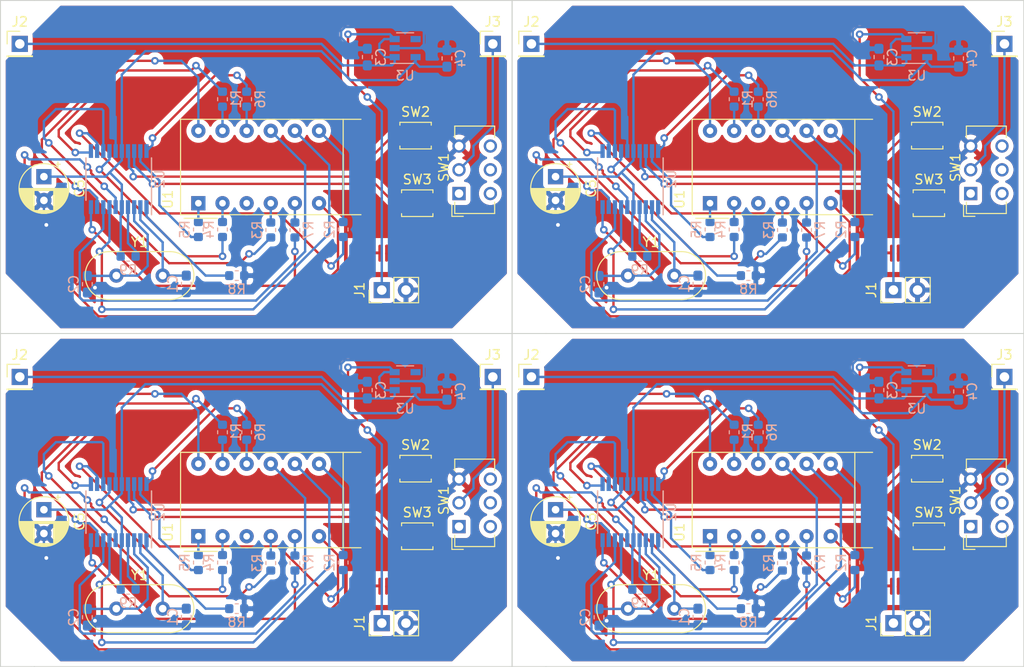
<source format=kicad_pcb>
(kicad_pcb (version 20171130) (host pcbnew 5.1.2-1.fc30)
  (layers (0 F.Cu signal hide) (31 B.Cu signal) (34 B.Paste user) (35 F.Paste user) (36 B.SilkS user) (37 F.SilkS user) (38 B.Mask user) (39 F.Mask user) (44 Edge.Cuts user))
  (net 0 "")
  (net 1 GND)
  (net 2 "Net-(C1-Pad1)")
  (net 3 "Net-(C2-Pad1)")
  (net 4 "Net-(C3-Pad1)")
  (net 5 +3V3)
  (net 6 "Net-(J3-Pad1)")
  (net 7 "Net-(R1-Pad1)")
  (net 8 SA)
  (net 9 SB)
  (net 10 "Net-(R2-Pad1)")
  (net 11 SC)
  (net 12 "Net-(R3-Pad1)")
  (net 13 SD)
  (net 14 "Net-(R4-Pad1)")
  (net 15 "Net-(R5-Pad1)")
  (net 16 SE)
  (net 17 "Net-(R6-Pad1)")
  (net 18 SF)
  (net 19 SG)
  (net 20 "Net-(R7-Pad2)")
  (net 21 "Net-(R8-Pad1)")
  (net 22 "Net-(R9-Pad2)")
  (net 23 "Net-(SW1-Pad1)")
  (net 24 "Net-(SW2-Pad1)")
  (net 25 "Net-(SW3-Pad1)")
  (net 26 "Net-(U1-Pad3)")
  (net 27 D4)
  (net 28 D3)
  (net 29 D2)
  (net 30 D1)
  (net 31 "Net-(U3-Pad4)")
  (module Display_7Segment:MAN3420A (layer F.Cu) (at 225.552 142.748 90)
    (fp_text reference U1 (at 0.4 -3.2 90) (layer F.SilkS))
    (fp_text value BQ-M322RD)
    (pad 1 thru_hole rect (at 0 0 90) (size 1.5 1.5) (drill 0.7) (layers *.Cu *.Mask) (net 15 "Net-(R5-Pad1)"))
    (pad 2 thru_hole circle (at 0 2.54 90) (size 1.5 1.5) (drill 0.7) (layers *.Cu *.Mask) (net 14 "Net-(R4-Pad1)"))
    (pad 3 thru_hole circle (at 0 5.08 90) (size 1.5 1.5) (drill 0.7) (layers *.Cu *.Mask) (net 26 "Net-(U1-Pad3)"))
    (pad 4 thru_hole circle (at 0 7.62 90) (size 1.5 1.5) (drill 0.7) (layers *.Cu *.Mask) (net 12 "Net-(R3-Pad1)"))
    (pad 5 thru_hole circle (at 0 10.16 90) (size 1.5 1.5) (drill 0.7) (layers *.Cu *.Mask) (net 20 "Net-(R7-Pad2)"))
    (pad 6 thru_hole circle (at 0 12.7 90) (size 1.5 1.5) (drill 0.7) (layers *.Cu *.Mask) (net 27 D4))
    (pad 7 thru_hole circle (at 7.62 12.7 90) (size 1.5 1.5) (drill 0.7) (layers *.Cu *.Mask) (net 10 "Net-(R2-Pad1)"))
    (pad 8 thru_hole circle (at 7.62 10.16 90) (size 1.5 1.5) (drill 0.7) (layers *.Cu *.Mask) (net 28 D3))
    (pad 9 thru_hole circle (at 7.62 7.62 90) (size 1.5 1.5) (drill 0.7) (layers *.Cu *.Mask) (net 29 D2))
    (pad 10 thru_hole circle (at 7.62 5.08 90) (size 1.5 1.5) (drill 0.7) (layers *.Cu *.Mask) (net 17 "Net-(R6-Pad1)"))
    (pad 11 thru_hole circle (at 7.62 2.54 90) (size 1.5 1.5) (drill 0.7) (layers *.Cu *.Mask) (net 7 "Net-(R1-Pad1)"))
    (pad 12 thru_hole circle (at 7.62 0 90) (size 1.5 1.5) (drill 0.7) (layers *.Cu *.Mask) (net 30 D1))
  )
  (module Package_SO:TSSOP-20_4.4x6.5mm_P0.65mm (layer B.Cu) (at 217.17 140.208 90)
    (fp_text reference U2 (at 0 4.3 90) (layer B.SilkS) (effects (justify mirror)))
    (fp_text value STM32F030F4Px)
    (pad 1 smd rect (at -2.95 2.925 90) (size 1.45 0.45) (layers B.Cu B.Paste B.Mask) (net 21 "Net-(R8-Pad1)"))
    (pad 2 smd rect (at -2.95 2.275 90) (size 1.45 0.45) (layers B.Cu B.Paste B.Mask) (net 2 "Net-(C1-Pad1)"))
    (pad 3 smd rect (at -2.95 1.625 90) (size 1.45 0.45) (layers B.Cu B.Paste B.Mask) (net 3 "Net-(C2-Pad1)"))
    (pad 4 smd rect (at -2.95 0.975 90) (size 1.45 0.45) (layers B.Cu B.Paste B.Mask) (net 22 "Net-(R9-Pad2)"))
    (pad 5 smd rect (at -2.95 0.325 90) (size 1.45 0.45) (layers B.Cu B.Paste B.Mask) (net 5 +3V3))
    (pad 6 smd rect (at -2.95 -0.325 90) (size 1.45 0.45) (layers B.Cu B.Paste B.Mask) (net 27 D4))
    (pad 7 smd rect (at -2.95 -0.975 90) (size 1.45 0.45) (layers B.Cu B.Paste B.Mask) (net 28 D3))
    (pad 8 smd rect (at -2.95 -1.625 90) (size 1.45 0.45) (layers B.Cu B.Paste B.Mask) (net 29 D2))
    (pad 9 smd rect (at -2.95 -2.275 90) (size 1.45 0.45) (layers B.Cu B.Paste B.Mask) (net 30 D1))
    (pad 10 smd rect (at -2.95 -2.925 90) (size 1.45 0.45) (layers B.Cu B.Paste B.Mask) (net 19 SG))
    (pad 11 smd rect (at 2.95 -2.925 90) (size 1.45 0.45) (layers B.Cu B.Paste B.Mask) (net 8 SA))
    (pad 12 smd rect (at 2.95 -2.275 90) (size 1.45 0.45) (layers B.Cu B.Paste B.Mask) (net 9 SB))
    (pad 13 smd rect (at 2.95 -1.625 90) (size 1.45 0.45) (layers B.Cu B.Paste B.Mask) (net 11 SC))
    (pad 14 smd rect (at 2.95 -0.975 90) (size 1.45 0.45) (layers B.Cu B.Paste B.Mask) (net 13 SD))
    (pad 15 smd rect (at 2.95 -0.325 90) (size 1.45 0.45) (layers B.Cu B.Paste B.Mask) (net 1 GND))
    (pad 16 smd rect (at 2.95 0.325 90) (size 1.45 0.45) (layers B.Cu B.Paste B.Mask) (net 5 +3V3))
    (pad 17 smd rect (at 2.95 0.975 90) (size 1.45 0.45) (layers B.Cu B.Paste B.Mask) (net 24 "Net-(SW2-Pad1)"))
    (pad 18 smd rect (at 2.95 1.625 90) (size 1.45 0.45) (layers B.Cu B.Paste B.Mask) (net 25 "Net-(SW3-Pad1)"))
    (pad 19 smd rect (at 2.95 2.275 90) (size 1.45 0.45) (layers B.Cu B.Paste B.Mask) (net 16 SE))
    (pad 20 smd rect (at 2.95 2.925 90) (size 1.45 0.45) (layers B.Cu B.Paste B.Mask) (net 18 SF))
  )
  (module Capacitor_SMD:C_0603_1608Metric_Pad1.05x0.95mm_HandSolder (layer B.Cu) (at 224.282 151.243 270)
    (fp_text reference C1 (at 0 1.43 90) (layer B.SilkS) (effects (justify mirror)))
    (fp_text value 22p)
    (pad 2 smd roundrect (at 0.875 0 270) (size 1.05 0.95) (layers B.Cu B.Paste B.Mask) (net 1 GND))
    (pad 1 smd roundrect (at -0.875 0 270) (size 1.05 0.95) (layers B.Cu B.Paste B.Mask) (net 2 "Net-(C1-Pad1)"))
  )
  (module Capacitor_SMD:C_0603_1608Metric_Pad1.05x0.95mm_HandSolder (layer B.Cu) (at 213.868 151.271 270)
    (fp_text reference C2 (at 0 1.43 90) (layer B.SilkS) (effects (justify mirror)))
    (fp_text value 22p)
    (pad 1 smd roundrect (at -0.875 0 270) (size 1.05 0.95) (layers B.Cu B.Paste B.Mask) (net 3 "Net-(C2-Pad1)"))
    (pad 2 smd roundrect (at 0.875 0 270) (size 1.05 0.95) (layers B.Cu B.Paste B.Mask) (net 1 GND))
  )
  (module Capacitor_SMD:C_0603_1608Metric_Pad1.05x0.95mm_HandSolder (layer B.Cu) (at 243.332 127.367 90)
    (fp_text reference C3 (at 0 1.43 90) (layer B.SilkS) (effects (justify mirror)))
    (fp_text value 100n)
    (pad 2 smd roundrect (at 0.875 0 90) (size 1.05 0.95) (layers B.Cu B.Paste B.Mask) (net 1 GND))
    (pad 1 smd roundrect (at -0.875 0 90) (size 1.05 0.95) (layers B.Cu B.Paste B.Mask) (net 4 "Net-(C3-Pad1)"))
  )
  (module Capacitor_SMD:C_0603_1608Metric_Pad1.05x0.95mm_HandSolder (layer B.Cu) (at 251.714 127.508 90)
    (fp_text reference C4 (at 0 1.43 90) (layer B.SilkS) (effects (justify mirror)))
    (fp_text value 100n)
    (pad 1 smd roundrect (at -0.875 0 90) (size 1.05 0.95) (layers B.Cu B.Paste B.Mask) (net 5 +3V3))
    (pad 2 smd roundrect (at 0.875 0 90) (size 1.05 0.95) (layers B.Cu B.Paste B.Mask) (net 1 GND))
  )
  (module Connector_PinHeader_2.54mm:PinHeader_1x02_P2.54mm_Vertical (layer F.Cu) (at 244.856 151.892 90)
    (fp_text reference J1 (at 0 -2.33 90) (layer F.SilkS))
    (fp_text value Goldpin)
    (pad 1 thru_hole rect (at 0 0 90) (size 1.7 1.7) (drill 1) (layers *.Cu *.Mask) (net 4 "Net-(C3-Pad1)"))
    (pad 2 thru_hole oval (at 0 2.54 90) (size 1.7 1.7) (drill 1) (layers *.Cu *.Mask) (net 1 GND))
  )
  (module Connector_PinHeader_2.54mm:PinHeader_1x01_P2.54mm_Vertical (layer F.Cu) (at 206.756 125.984)
    (fp_text reference J2 (at 0 -2.33) (layer F.SilkS))
    (fp_text value Cell+)
    (pad 1 thru_hole rect (at 0 0) (size 1.7 1.7) (drill 1) (layers *.Cu *.Mask) (net 4 "Net-(C3-Pad1)"))
  )
  (module Connector_PinHeader_2.54mm:PinHeader_1x01_P2.54mm_Vertical (layer F.Cu) (at 256.54 125.984)
    (fp_text reference J3 (at 0 -2.33) (layer F.SilkS))
    (fp_text value Cell-)
    (pad 1 thru_hole rect (at 0 0) (size 1.7 1.7) (drill 1) (layers *.Cu *.Mask) (net 6 "Net-(J3-Pad1)"))
  )
  (module Resistor_SMD:R_0603_1608Metric (layer B.Cu) (at 228.092 131.8005 90)
    (fp_text reference R1 (at 0 1.43 90) (layer B.SilkS) (effects (justify mirror)))
    (fp_text value 120)
    (pad 1 smd roundrect (at -0.7875 0 90) (size 0.875 0.95) (layers B.Cu B.Paste B.Mask) (net 7 "Net-(R1-Pad1)"))
    (pad 2 smd roundrect (at 0.7875 0 90) (size 0.875 0.95) (layers B.Cu B.Paste B.Mask) (net 8 SA))
  )
  (module Resistor_SMD:R_0603_1608Metric (layer B.Cu) (at 240.792 145.5165 270)
    (fp_text reference R2 (at 0 1.43 90) (layer B.SilkS) (effects (justify mirror)))
    (fp_text value 120)
    (pad 2 smd roundrect (at 0.7875 0 270) (size 0.875 0.95) (layers B.Cu B.Paste B.Mask) (net 9 SB))
    (pad 1 smd roundrect (at -0.7875 0 270) (size 0.875 0.95) (layers B.Cu B.Paste B.Mask) (net 10 "Net-(R2-Pad1)"))
  )
  (module Resistor_SMD:R_0603_1608Metric (layer B.Cu) (at 233.172 145.5675 270)
    (fp_text reference R3 (at 0 1.43 90) (layer B.SilkS) (effects (justify mirror)))
    (fp_text value 120)
    (pad 2 smd roundrect (at 0.7875 0 270) (size 0.875 0.95) (layers B.Cu B.Paste B.Mask) (net 11 SC))
    (pad 1 smd roundrect (at -0.7875 0 270) (size 0.875 0.95) (layers B.Cu B.Paste B.Mask) (net 12 "Net-(R3-Pad1)"))
  )
  (module Resistor_SMD:R_0603_1608Metric (layer B.Cu) (at 228.092 145.5165 270)
    (fp_text reference R4 (at 0 1.43 90) (layer B.SilkS) (effects (justify mirror)))
    (fp_text value 120)
    (pad 2 smd roundrect (at 0.7875 0 270) (size 0.875 0.95) (layers B.Cu B.Paste B.Mask) (net 13 SD))
    (pad 1 smd roundrect (at -0.7875 0 270) (size 0.875 0.95) (layers B.Cu B.Paste B.Mask) (net 14 "Net-(R4-Pad1)"))
  )
  (module Resistor_SMD:R_0603_1608Metric (layer B.Cu) (at 225.552 145.5165 270)
    (fp_text reference R5 (at 0 1.43 90) (layer B.SilkS) (effects (justify mirror)))
    (fp_text value 120)
    (pad 1 smd roundrect (at -0.7875 0 270) (size 0.875 0.95) (layers B.Cu B.Paste B.Mask) (net 15 "Net-(R5-Pad1)"))
    (pad 2 smd roundrect (at 0.7875 0 270) (size 0.875 0.95) (layers B.Cu B.Paste B.Mask) (net 16 SE))
  )
  (module Resistor_SMD:R_0603_1608Metric (layer B.Cu) (at 230.632 131.8005 90)
    (fp_text reference R6 (at 0 1.43 90) (layer B.SilkS) (effects (justify mirror)))
    (fp_text value 120)
    (pad 1 smd roundrect (at -0.7875 0 90) (size 0.875 0.95) (layers B.Cu B.Paste B.Mask) (net 17 "Net-(R6-Pad1)"))
    (pad 2 smd roundrect (at 0.7875 0 90) (size 0.875 0.95) (layers B.Cu B.Paste B.Mask) (net 18 SF))
  )
  (module Resistor_SMD:R_0603_1608Metric (layer B.Cu) (at 235.712 145.5675 90)
    (fp_text reference R7 (at 0 1.43 90) (layer B.SilkS) (effects (justify mirror)))
    (fp_text value 120)
    (pad 1 smd roundrect (at -0.7875 0 90) (size 0.875 0.95) (layers B.Cu B.Paste B.Mask) (net 19 SG))
    (pad 2 smd roundrect (at 0.7875 0 90) (size 0.875 0.95) (layers B.Cu B.Paste B.Mask) (net 20 "Net-(R7-Pad2)"))
  )
  (module Resistor_SMD:R_0603_1608Metric (layer B.Cu) (at 229.5905 150.368)
    (fp_text reference R8 (at 0 1.43) (layer B.SilkS) (effects (justify mirror)))
    (fp_text value 10k)
    (pad 1 smd roundrect (at -0.7875 0) (size 0.875 0.95) (layers B.Cu B.Paste B.Mask) (net 21 "Net-(R8-Pad1)"))
    (pad 2 smd roundrect (at 0.7875 0) (size 0.875 0.95) (layers B.Cu B.Paste B.Mask) (net 1 GND))
  )
  (module Resistor_SMD:R_0603_1608Metric (layer B.Cu) (at 218.1605 148.336)
    (fp_text reference R9 (at 0 1.43) (layer B.SilkS) (effects (justify mirror)))
    (fp_text value 10k)
    (pad 2 smd roundrect (at 0.7875 0) (size 0.875 0.95) (layers B.Cu B.Paste B.Mask) (net 22 "Net-(R9-Pad2)"))
    (pad 1 smd roundrect (at -0.7875 0) (size 0.875 0.95) (layers B.Cu B.Paste B.Mask) (net 5 +3V3))
  )
  (module Button_Switch_THT:SW_CuK_JS202011CQN_DPDT_Straight (layer F.Cu) (at 252.984 141.732 90)
    (fp_text reference SW1 (at 2.75 -1.6 90) (layer F.SilkS))
    (fp_text value POWER)
    (pad 1 thru_hole rect (at 0 0 90) (size 1.4 1.4) (drill 0.9) (layers *.Cu *.Mask) (net 23 "Net-(SW1-Pad1)"))
    (pad 2 thru_hole circle (at 2.5 0 90) (size 1.4 1.4) (drill 0.9) (layers *.Cu *.Mask) (net 6 "Net-(J3-Pad1)"))
    (pad 3 thru_hole circle (at 5 0 90) (size 1.4 1.4) (drill 0.9) (layers *.Cu *.Mask) (net 1 GND))
    (pad 4 thru_hole circle (at 0 3.3 90) (size 1.4 1.4) (drill 0.9) (layers *.Cu *.Mask))
    (pad 5 thru_hole circle (at 2.5 3.3 90) (size 1.4 1.4) (drill 0.9) (layers *.Cu *.Mask))
    (pad 6 thru_hole circle (at 5 3.3 90) (size 1.4 1.4) (drill 0.9) (layers *.Cu *.Mask))
  )
  (module Package_TO_SOT_SMD:SOT-23-5 (layer B.Cu) (at 247.312 126.426)
    (fp_text reference U3 (at 0 2.9) (layer B.SilkS) (effects (justify mirror)))
    (fp_text value "TC1185-3.3VCT8 ")
    (pad 1 smd rect (at -1.1 0.95) (size 1.06 0.65) (layers B.Cu B.Paste B.Mask) (net 4 "Net-(C3-Pad1)"))
    (pad 2 smd rect (at -1.1 0) (size 1.06 0.65) (layers B.Cu B.Paste B.Mask) (net 1 GND))
    (pad 3 smd rect (at -1.1 -0.95) (size 1.06 0.65) (layers B.Cu B.Paste B.Mask) (net 4 "Net-(C3-Pad1)"))
    (pad 4 smd rect (at 1.1 -0.95) (size 1.06 0.65) (layers B.Cu B.Paste B.Mask) (net 31 "Net-(U3-Pad4)"))
    (pad 5 smd rect (at 1.1 0.95) (size 1.06 0.65) (layers B.Cu B.Paste B.Mask) (net 5 +3V3))
  )
  (module Crystal:Crystal_HC49-4H_Vertical (layer F.Cu) (at 216.916 150.368)
    (fp_text reference Y1 (at 2.44 -3.525) (layer F.SilkS))
    (fp_text value 18.432MHz)
    (pad 1 thru_hole circle (at 0 0) (size 1.5 1.5) (drill 0.8) (layers *.Cu *.Mask) (net 3 "Net-(C2-Pad1)"))
    (pad 2 thru_hole circle (at 4.88 0) (size 1.5 1.5) (drill 0.8) (layers *.Cu *.Mask) (net 2 "Net-(C1-Pad1)"))
  )
  (module Capacitor_THT:CP_Radial_D5.0mm_P2.50mm (layer F.Cu) (at 209.296 139.954 270)
    (fp_text reference C5 (at 1.25 -3.75 90) (layer F.SilkS))
    (fp_text value 100u)
    (pad 1 thru_hole rect (at 0 0 270) (size 1.6 1.6) (drill 0.8) (layers *.Cu *.Mask) (net 5 +3V3))
    (pad 2 thru_hole circle (at 2.5 0 270) (size 1.6 1.6) (drill 0.8) (layers *.Cu *.Mask) (net 1 GND))
  )
  (module Button_Switch_SMD:SW_SPST_B3U-1000P (layer F.Cu) (at 248.412 135.636)
    (fp_text reference SW2 (at 0 -2.5) (layer F.SilkS))
    (fp_text value SET)
    (pad 1 smd rect (at -1.7 0) (size 0.9 1.7) (layers F.Cu F.Paste F.Mask) (net 24 "Net-(SW2-Pad1)"))
    (pad 2 smd rect (at 1.7 0) (size 0.9 1.7) (layers F.Cu F.Paste F.Mask) (net 1 GND))
  )
  (module Button_Switch_SMD:SW_SPST_B3U-1000P (layer F.Cu) (at 248.588 142.748)
    (fp_text reference SW3 (at 0 -2.5) (layer F.SilkS))
    (fp_text value CLEAR)
    (pad 2 smd rect (at 1.7 0) (size 0.9 1.7) (layers F.Cu F.Paste F.Mask) (net 1 GND))
    (pad 1 smd rect (at -1.7 0) (size 0.9 1.7) (layers F.Cu F.Paste F.Mask) (net 25 "Net-(SW3-Pad1)"))
  )
  (module Display_7Segment:MAN3420A (layer F.Cu) (at 225.552 107.696 90)
    (fp_text reference U1 (at 0.4 -3.2 90) (layer F.SilkS))
    (fp_text value BQ-M322RD)
    (pad 1 thru_hole rect (at 0 0 90) (size 1.5 1.5) (drill 0.7) (layers *.Cu *.Mask) (net 15 "Net-(R5-Pad1)"))
    (pad 2 thru_hole circle (at 0 2.54 90) (size 1.5 1.5) (drill 0.7) (layers *.Cu *.Mask) (net 14 "Net-(R4-Pad1)"))
    (pad 3 thru_hole circle (at 0 5.08 90) (size 1.5 1.5) (drill 0.7) (layers *.Cu *.Mask) (net 26 "Net-(U1-Pad3)"))
    (pad 4 thru_hole circle (at 0 7.62 90) (size 1.5 1.5) (drill 0.7) (layers *.Cu *.Mask) (net 12 "Net-(R3-Pad1)"))
    (pad 5 thru_hole circle (at 0 10.16 90) (size 1.5 1.5) (drill 0.7) (layers *.Cu *.Mask) (net 20 "Net-(R7-Pad2)"))
    (pad 6 thru_hole circle (at 0 12.7 90) (size 1.5 1.5) (drill 0.7) (layers *.Cu *.Mask) (net 27 D4))
    (pad 7 thru_hole circle (at 7.62 12.7 90) (size 1.5 1.5) (drill 0.7) (layers *.Cu *.Mask) (net 10 "Net-(R2-Pad1)"))
    (pad 8 thru_hole circle (at 7.62 10.16 90) (size 1.5 1.5) (drill 0.7) (layers *.Cu *.Mask) (net 28 D3))
    (pad 9 thru_hole circle (at 7.62 7.62 90) (size 1.5 1.5) (drill 0.7) (layers *.Cu *.Mask) (net 29 D2))
    (pad 10 thru_hole circle (at 7.62 5.08 90) (size 1.5 1.5) (drill 0.7) (layers *.Cu *.Mask) (net 17 "Net-(R6-Pad1)"))
    (pad 11 thru_hole circle (at 7.62 2.54 90) (size 1.5 1.5) (drill 0.7) (layers *.Cu *.Mask) (net 7 "Net-(R1-Pad1)"))
    (pad 12 thru_hole circle (at 7.62 0 90) (size 1.5 1.5) (drill 0.7) (layers *.Cu *.Mask) (net 30 D1))
  )
  (module Package_SO:TSSOP-20_4.4x6.5mm_P0.65mm (layer B.Cu) (at 217.17 105.156 90)
    (fp_text reference U2 (at 0 4.3 90) (layer B.SilkS) (effects (justify mirror)))
    (fp_text value STM32F030F4Px)
    (pad 1 smd rect (at -2.95 2.925 90) (size 1.45 0.45) (layers B.Cu B.Paste B.Mask) (net 21 "Net-(R8-Pad1)"))
    (pad 2 smd rect (at -2.95 2.275 90) (size 1.45 0.45) (layers B.Cu B.Paste B.Mask) (net 2 "Net-(C1-Pad1)"))
    (pad 3 smd rect (at -2.95 1.625 90) (size 1.45 0.45) (layers B.Cu B.Paste B.Mask) (net 3 "Net-(C2-Pad1)"))
    (pad 4 smd rect (at -2.95 0.975 90) (size 1.45 0.45) (layers B.Cu B.Paste B.Mask) (net 22 "Net-(R9-Pad2)"))
    (pad 5 smd rect (at -2.95 0.325 90) (size 1.45 0.45) (layers B.Cu B.Paste B.Mask) (net 5 +3V3))
    (pad 6 smd rect (at -2.95 -0.325 90) (size 1.45 0.45) (layers B.Cu B.Paste B.Mask) (net 27 D4))
    (pad 7 smd rect (at -2.95 -0.975 90) (size 1.45 0.45) (layers B.Cu B.Paste B.Mask) (net 28 D3))
    (pad 8 smd rect (at -2.95 -1.625 90) (size 1.45 0.45) (layers B.Cu B.Paste B.Mask) (net 29 D2))
    (pad 9 smd rect (at -2.95 -2.275 90) (size 1.45 0.45) (layers B.Cu B.Paste B.Mask) (net 30 D1))
    (pad 10 smd rect (at -2.95 -2.925 90) (size 1.45 0.45) (layers B.Cu B.Paste B.Mask) (net 19 SG))
    (pad 11 smd rect (at 2.95 -2.925 90) (size 1.45 0.45) (layers B.Cu B.Paste B.Mask) (net 8 SA))
    (pad 12 smd rect (at 2.95 -2.275 90) (size 1.45 0.45) (layers B.Cu B.Paste B.Mask) (net 9 SB))
    (pad 13 smd rect (at 2.95 -1.625 90) (size 1.45 0.45) (layers B.Cu B.Paste B.Mask) (net 11 SC))
    (pad 14 smd rect (at 2.95 -0.975 90) (size 1.45 0.45) (layers B.Cu B.Paste B.Mask) (net 13 SD))
    (pad 15 smd rect (at 2.95 -0.325 90) (size 1.45 0.45) (layers B.Cu B.Paste B.Mask) (net 1 GND))
    (pad 16 smd rect (at 2.95 0.325 90) (size 1.45 0.45) (layers B.Cu B.Paste B.Mask) (net 5 +3V3))
    (pad 17 smd rect (at 2.95 0.975 90) (size 1.45 0.45) (layers B.Cu B.Paste B.Mask) (net 24 "Net-(SW2-Pad1)"))
    (pad 18 smd rect (at 2.95 1.625 90) (size 1.45 0.45) (layers B.Cu B.Paste B.Mask) (net 25 "Net-(SW3-Pad1)"))
    (pad 19 smd rect (at 2.95 2.275 90) (size 1.45 0.45) (layers B.Cu B.Paste B.Mask) (net 16 SE))
    (pad 20 smd rect (at 2.95 2.925 90) (size 1.45 0.45) (layers B.Cu B.Paste B.Mask) (net 18 SF))
  )
  (module Capacitor_SMD:C_0603_1608Metric_Pad1.05x0.95mm_HandSolder (layer B.Cu) (at 224.282 116.191 270)
    (fp_text reference C1 (at 0 1.43 90) (layer B.SilkS) (effects (justify mirror)))
    (fp_text value 22p)
    (pad 2 smd roundrect (at 0.875 0 270) (size 1.05 0.95) (layers B.Cu B.Paste B.Mask) (net 1 GND))
    (pad 1 smd roundrect (at -0.875 0 270) (size 1.05 0.95) (layers B.Cu B.Paste B.Mask) (net 2 "Net-(C1-Pad1)"))
  )
  (module Capacitor_SMD:C_0603_1608Metric_Pad1.05x0.95mm_HandSolder (layer B.Cu) (at 213.868 116.219 270)
    (fp_text reference C2 (at 0 1.43 90) (layer B.SilkS) (effects (justify mirror)))
    (fp_text value 22p)
    (pad 1 smd roundrect (at -0.875 0 270) (size 1.05 0.95) (layers B.Cu B.Paste B.Mask) (net 3 "Net-(C2-Pad1)"))
    (pad 2 smd roundrect (at 0.875 0 270) (size 1.05 0.95) (layers B.Cu B.Paste B.Mask) (net 1 GND))
  )
  (module Capacitor_SMD:C_0603_1608Metric_Pad1.05x0.95mm_HandSolder (layer B.Cu) (at 243.332 92.315 90)
    (fp_text reference C3 (at 0 1.43 90) (layer B.SilkS) (effects (justify mirror)))
    (fp_text value 100n)
    (pad 2 smd roundrect (at 0.875 0 90) (size 1.05 0.95) (layers B.Cu B.Paste B.Mask) (net 1 GND))
    (pad 1 smd roundrect (at -0.875 0 90) (size 1.05 0.95) (layers B.Cu B.Paste B.Mask) (net 4 "Net-(C3-Pad1)"))
  )
  (module Capacitor_SMD:C_0603_1608Metric_Pad1.05x0.95mm_HandSolder (layer B.Cu) (at 251.714 92.456 90)
    (fp_text reference C4 (at 0 1.43 90) (layer B.SilkS) (effects (justify mirror)))
    (fp_text value 100n)
    (pad 1 smd roundrect (at -0.875 0 90) (size 1.05 0.95) (layers B.Cu B.Paste B.Mask) (net 5 +3V3))
    (pad 2 smd roundrect (at 0.875 0 90) (size 1.05 0.95) (layers B.Cu B.Paste B.Mask) (net 1 GND))
  )
  (module Connector_PinHeader_2.54mm:PinHeader_1x02_P2.54mm_Vertical (layer F.Cu) (at 244.856 116.84 90)
    (fp_text reference J1 (at 0 -2.33 90) (layer F.SilkS))
    (fp_text value Goldpin)
    (pad 1 thru_hole rect (at 0 0 90) (size 1.7 1.7) (drill 1) (layers *.Cu *.Mask) (net 4 "Net-(C3-Pad1)"))
    (pad 2 thru_hole oval (at 0 2.54 90) (size 1.7 1.7) (drill 1) (layers *.Cu *.Mask) (net 1 GND))
  )
  (module Connector_PinHeader_2.54mm:PinHeader_1x01_P2.54mm_Vertical (layer F.Cu) (at 206.756 90.932)
    (fp_text reference J2 (at 0 -2.33) (layer F.SilkS))
    (fp_text value Cell+)
    (pad 1 thru_hole rect (at 0 0) (size 1.7 1.7) (drill 1) (layers *.Cu *.Mask) (net 4 "Net-(C3-Pad1)"))
  )
  (module Connector_PinHeader_2.54mm:PinHeader_1x01_P2.54mm_Vertical (layer F.Cu) (at 256.54 90.932)
    (fp_text reference J3 (at 0 -2.33) (layer F.SilkS))
    (fp_text value Cell-)
    (pad 1 thru_hole rect (at 0 0) (size 1.7 1.7) (drill 1) (layers *.Cu *.Mask) (net 6 "Net-(J3-Pad1)"))
  )
  (module Resistor_SMD:R_0603_1608Metric (layer B.Cu) (at 228.092 96.7485 90)
    (fp_text reference R1 (at 0 1.43 90) (layer B.SilkS) (effects (justify mirror)))
    (fp_text value 120)
    (pad 1 smd roundrect (at -0.7875 0 90) (size 0.875 0.95) (layers B.Cu B.Paste B.Mask) (net 7 "Net-(R1-Pad1)"))
    (pad 2 smd roundrect (at 0.7875 0 90) (size 0.875 0.95) (layers B.Cu B.Paste B.Mask) (net 8 SA))
  )
  (module Resistor_SMD:R_0603_1608Metric (layer B.Cu) (at 240.792 110.4645 270)
    (fp_text reference R2 (at 0 1.43 90) (layer B.SilkS) (effects (justify mirror)))
    (fp_text value 120)
    (pad 2 smd roundrect (at 0.7875 0 270) (size 0.875 0.95) (layers B.Cu B.Paste B.Mask) (net 9 SB))
    (pad 1 smd roundrect (at -0.7875 0 270) (size 0.875 0.95) (layers B.Cu B.Paste B.Mask) (net 10 "Net-(R2-Pad1)"))
  )
  (module Resistor_SMD:R_0603_1608Metric (layer B.Cu) (at 233.172 110.5155 270)
    (fp_text reference R3 (at 0 1.43 90) (layer B.SilkS) (effects (justify mirror)))
    (fp_text value 120)
    (pad 2 smd roundrect (at 0.7875 0 270) (size 0.875 0.95) (layers B.Cu B.Paste B.Mask) (net 11 SC))
    (pad 1 smd roundrect (at -0.7875 0 270) (size 0.875 0.95) (layers B.Cu B.Paste B.Mask) (net 12 "Net-(R3-Pad1)"))
  )
  (module Resistor_SMD:R_0603_1608Metric (layer B.Cu) (at 228.092 110.4645 270)
    (fp_text reference R4 (at 0 1.43 90) (layer B.SilkS) (effects (justify mirror)))
    (fp_text value 120)
    (pad 2 smd roundrect (at 0.7875 0 270) (size 0.875 0.95) (layers B.Cu B.Paste B.Mask) (net 13 SD))
    (pad 1 smd roundrect (at -0.7875 0 270) (size 0.875 0.95) (layers B.Cu B.Paste B.Mask) (net 14 "Net-(R4-Pad1)"))
  )
  (module Resistor_SMD:R_0603_1608Metric (layer B.Cu) (at 225.552 110.4645 270)
    (fp_text reference R5 (at 0 1.43 90) (layer B.SilkS) (effects (justify mirror)))
    (fp_text value 120)
    (pad 1 smd roundrect (at -0.7875 0 270) (size 0.875 0.95) (layers B.Cu B.Paste B.Mask) (net 15 "Net-(R5-Pad1)"))
    (pad 2 smd roundrect (at 0.7875 0 270) (size 0.875 0.95) (layers B.Cu B.Paste B.Mask) (net 16 SE))
  )
  (module Resistor_SMD:R_0603_1608Metric (layer B.Cu) (at 230.632 96.7485 90)
    (fp_text reference R6 (at 0 1.43 90) (layer B.SilkS) (effects (justify mirror)))
    (fp_text value 120)
    (pad 1 smd roundrect (at -0.7875 0 90) (size 0.875 0.95) (layers B.Cu B.Paste B.Mask) (net 17 "Net-(R6-Pad1)"))
    (pad 2 smd roundrect (at 0.7875 0 90) (size 0.875 0.95) (layers B.Cu B.Paste B.Mask) (net 18 SF))
  )
  (module Resistor_SMD:R_0603_1608Metric (layer B.Cu) (at 235.712 110.5155 90)
    (fp_text reference R7 (at 0 1.43 90) (layer B.SilkS) (effects (justify mirror)))
    (fp_text value 120)
    (pad 1 smd roundrect (at -0.7875 0 90) (size 0.875 0.95) (layers B.Cu B.Paste B.Mask) (net 19 SG))
    (pad 2 smd roundrect (at 0.7875 0 90) (size 0.875 0.95) (layers B.Cu B.Paste B.Mask) (net 20 "Net-(R7-Pad2)"))
  )
  (module Resistor_SMD:R_0603_1608Metric (layer B.Cu) (at 229.5905 115.316)
    (fp_text reference R8 (at 0 1.43) (layer B.SilkS) (effects (justify mirror)))
    (fp_text value 10k)
    (pad 1 smd roundrect (at -0.7875 0) (size 0.875 0.95) (layers B.Cu B.Paste B.Mask) (net 21 "Net-(R8-Pad1)"))
    (pad 2 smd roundrect (at 0.7875 0) (size 0.875 0.95) (layers B.Cu B.Paste B.Mask) (net 1 GND))
  )
  (module Resistor_SMD:R_0603_1608Metric (layer B.Cu) (at 218.1605 113.284)
    (fp_text reference R9 (at 0 1.43) (layer B.SilkS) (effects (justify mirror)))
    (fp_text value 10k)
    (pad 2 smd roundrect (at 0.7875 0) (size 0.875 0.95) (layers B.Cu B.Paste B.Mask) (net 22 "Net-(R9-Pad2)"))
    (pad 1 smd roundrect (at -0.7875 0) (size 0.875 0.95) (layers B.Cu B.Paste B.Mask) (net 5 +3V3))
  )
  (module Button_Switch_THT:SW_CuK_JS202011CQN_DPDT_Straight (layer F.Cu) (at 252.984 106.68 90)
    (fp_text reference SW1 (at 2.75 -1.6 90) (layer F.SilkS))
    (fp_text value POWER)
    (pad 1 thru_hole rect (at 0 0 90) (size 1.4 1.4) (drill 0.9) (layers *.Cu *.Mask) (net 23 "Net-(SW1-Pad1)"))
    (pad 2 thru_hole circle (at 2.5 0 90) (size 1.4 1.4) (drill 0.9) (layers *.Cu *.Mask) (net 6 "Net-(J3-Pad1)"))
    (pad 3 thru_hole circle (at 5 0 90) (size 1.4 1.4) (drill 0.9) (layers *.Cu *.Mask) (net 1 GND))
    (pad 4 thru_hole circle (at 0 3.3 90) (size 1.4 1.4) (drill 0.9) (layers *.Cu *.Mask))
    (pad 5 thru_hole circle (at 2.5 3.3 90) (size 1.4 1.4) (drill 0.9) (layers *.Cu *.Mask))
    (pad 6 thru_hole circle (at 5 3.3 90) (size 1.4 1.4) (drill 0.9) (layers *.Cu *.Mask))
  )
  (module Package_TO_SOT_SMD:SOT-23-5 (layer B.Cu) (at 247.312 91.374)
    (fp_text reference U3 (at 0 2.9) (layer B.SilkS) (effects (justify mirror)))
    (fp_text value "TC1185-3.3VCT8 ")
    (pad 1 smd rect (at -1.1 0.95) (size 1.06 0.65) (layers B.Cu B.Paste B.Mask) (net 4 "Net-(C3-Pad1)"))
    (pad 2 smd rect (at -1.1 0) (size 1.06 0.65) (layers B.Cu B.Paste B.Mask) (net 1 GND))
    (pad 3 smd rect (at -1.1 -0.95) (size 1.06 0.65) (layers B.Cu B.Paste B.Mask) (net 4 "Net-(C3-Pad1)"))
    (pad 4 smd rect (at 1.1 -0.95) (size 1.06 0.65) (layers B.Cu B.Paste B.Mask) (net 31 "Net-(U3-Pad4)"))
    (pad 5 smd rect (at 1.1 0.95) (size 1.06 0.65) (layers B.Cu B.Paste B.Mask) (net 5 +3V3))
  )
  (module Crystal:Crystal_HC49-4H_Vertical (layer F.Cu) (at 216.916 115.316)
    (fp_text reference Y1 (at 2.44 -3.525) (layer F.SilkS))
    (fp_text value 18.432MHz)
    (pad 1 thru_hole circle (at 0 0) (size 1.5 1.5) (drill 0.8) (layers *.Cu *.Mask) (net 3 "Net-(C2-Pad1)"))
    (pad 2 thru_hole circle (at 4.88 0) (size 1.5 1.5) (drill 0.8) (layers *.Cu *.Mask) (net 2 "Net-(C1-Pad1)"))
  )
  (module Capacitor_THT:CP_Radial_D5.0mm_P2.50mm (layer F.Cu) (at 209.296 104.902 270)
    (fp_text reference C5 (at 1.25 -3.75 90) (layer F.SilkS))
    (fp_text value 100u)
    (pad 1 thru_hole rect (at 0 0 270) (size 1.6 1.6) (drill 0.8) (layers *.Cu *.Mask) (net 5 +3V3))
    (pad 2 thru_hole circle (at 2.5 0 270) (size 1.6 1.6) (drill 0.8) (layers *.Cu *.Mask) (net 1 GND))
  )
  (module Button_Switch_SMD:SW_SPST_B3U-1000P (layer F.Cu) (at 248.412 100.584)
    (fp_text reference SW2 (at 0 -2.5) (layer F.SilkS))
    (fp_text value SET)
    (pad 1 smd rect (at -1.7 0) (size 0.9 1.7) (layers F.Cu F.Paste F.Mask) (net 24 "Net-(SW2-Pad1)"))
    (pad 2 smd rect (at 1.7 0) (size 0.9 1.7) (layers F.Cu F.Paste F.Mask) (net 1 GND))
  )
  (module Button_Switch_SMD:SW_SPST_B3U-1000P (layer F.Cu) (at 248.588 107.696)
    (fp_text reference SW3 (at 0 -2.5) (layer F.SilkS))
    (fp_text value CLEAR)
    (pad 2 smd rect (at 1.7 0) (size 0.9 1.7) (layers F.Cu F.Paste F.Mask) (net 1 GND))
    (pad 1 smd rect (at -1.7 0) (size 0.9 1.7) (layers F.Cu F.Paste F.Mask) (net 25 "Net-(SW3-Pad1)"))
  )
  (module Display_7Segment:MAN3420A (layer F.Cu) (at 171.704 107.696 90)
    (fp_text reference U1 (at 0.4 -3.2 90) (layer F.SilkS))
    (fp_text value BQ-M322RD)
    (pad 1 thru_hole rect (at 0 0 90) (size 1.5 1.5) (drill 0.7) (layers *.Cu *.Mask) (net 15 "Net-(R5-Pad1)"))
    (pad 2 thru_hole circle (at 0 2.54 90) (size 1.5 1.5) (drill 0.7) (layers *.Cu *.Mask) (net 14 "Net-(R4-Pad1)"))
    (pad 3 thru_hole circle (at 0 5.08 90) (size 1.5 1.5) (drill 0.7) (layers *.Cu *.Mask) (net 26 "Net-(U1-Pad3)"))
    (pad 4 thru_hole circle (at 0 7.62 90) (size 1.5 1.5) (drill 0.7) (layers *.Cu *.Mask) (net 12 "Net-(R3-Pad1)"))
    (pad 5 thru_hole circle (at 0 10.16 90) (size 1.5 1.5) (drill 0.7) (layers *.Cu *.Mask) (net 20 "Net-(R7-Pad2)"))
    (pad 6 thru_hole circle (at 0 12.7 90) (size 1.5 1.5) (drill 0.7) (layers *.Cu *.Mask) (net 27 D4))
    (pad 7 thru_hole circle (at 7.62 12.7 90) (size 1.5 1.5) (drill 0.7) (layers *.Cu *.Mask) (net 10 "Net-(R2-Pad1)"))
    (pad 8 thru_hole circle (at 7.62 10.16 90) (size 1.5 1.5) (drill 0.7) (layers *.Cu *.Mask) (net 28 D3))
    (pad 9 thru_hole circle (at 7.62 7.62 90) (size 1.5 1.5) (drill 0.7) (layers *.Cu *.Mask) (net 29 D2))
    (pad 10 thru_hole circle (at 7.62 5.08 90) (size 1.5 1.5) (drill 0.7) (layers *.Cu *.Mask) (net 17 "Net-(R6-Pad1)"))
    (pad 11 thru_hole circle (at 7.62 2.54 90) (size 1.5 1.5) (drill 0.7) (layers *.Cu *.Mask) (net 7 "Net-(R1-Pad1)"))
    (pad 12 thru_hole circle (at 7.62 0 90) (size 1.5 1.5) (drill 0.7) (layers *.Cu *.Mask) (net 30 D1))
  )
  (module Package_SO:TSSOP-20_4.4x6.5mm_P0.65mm (layer B.Cu) (at 163.322 105.156 90)
    (fp_text reference U2 (at 0 4.3 90) (layer B.SilkS) (effects (justify mirror)))
    (fp_text value STM32F030F4Px)
    (pad 1 smd rect (at -2.95 2.925 90) (size 1.45 0.45) (layers B.Cu B.Paste B.Mask) (net 21 "Net-(R8-Pad1)"))
    (pad 2 smd rect (at -2.95 2.275 90) (size 1.45 0.45) (layers B.Cu B.Paste B.Mask) (net 2 "Net-(C1-Pad1)"))
    (pad 3 smd rect (at -2.95 1.625 90) (size 1.45 0.45) (layers B.Cu B.Paste B.Mask) (net 3 "Net-(C2-Pad1)"))
    (pad 4 smd rect (at -2.95 0.975 90) (size 1.45 0.45) (layers B.Cu B.Paste B.Mask) (net 22 "Net-(R9-Pad2)"))
    (pad 5 smd rect (at -2.95 0.325 90) (size 1.45 0.45) (layers B.Cu B.Paste B.Mask) (net 5 +3V3))
    (pad 6 smd rect (at -2.95 -0.325 90) (size 1.45 0.45) (layers B.Cu B.Paste B.Mask) (net 27 D4))
    (pad 7 smd rect (at -2.95 -0.975 90) (size 1.45 0.45) (layers B.Cu B.Paste B.Mask) (net 28 D3))
    (pad 8 smd rect (at -2.95 -1.625 90) (size 1.45 0.45) (layers B.Cu B.Paste B.Mask) (net 29 D2))
    (pad 9 smd rect (at -2.95 -2.275 90) (size 1.45 0.45) (layers B.Cu B.Paste B.Mask) (net 30 D1))
    (pad 10 smd rect (at -2.95 -2.925 90) (size 1.45 0.45) (layers B.Cu B.Paste B.Mask) (net 19 SG))
    (pad 11 smd rect (at 2.95 -2.925 90) (size 1.45 0.45) (layers B.Cu B.Paste B.Mask) (net 8 SA))
    (pad 12 smd rect (at 2.95 -2.275 90) (size 1.45 0.45) (layers B.Cu B.Paste B.Mask) (net 9 SB))
    (pad 13 smd rect (at 2.95 -1.625 90) (size 1.45 0.45) (layers B.Cu B.Paste B.Mask) (net 11 SC))
    (pad 14 smd rect (at 2.95 -0.975 90) (size 1.45 0.45) (layers B.Cu B.Paste B.Mask) (net 13 SD))
    (pad 15 smd rect (at 2.95 -0.325 90) (size 1.45 0.45) (layers B.Cu B.Paste B.Mask) (net 1 GND))
    (pad 16 smd rect (at 2.95 0.325 90) (size 1.45 0.45) (layers B.Cu B.Paste B.Mask) (net 5 +3V3))
    (pad 17 smd rect (at 2.95 0.975 90) (size 1.45 0.45) (layers B.Cu B.Paste B.Mask) (net 24 "Net-(SW2-Pad1)"))
    (pad 18 smd rect (at 2.95 1.625 90) (size 1.45 0.45) (layers B.Cu B.Paste B.Mask) (net 25 "Net-(SW3-Pad1)"))
    (pad 19 smd rect (at 2.95 2.275 90) (size 1.45 0.45) (layers B.Cu B.Paste B.Mask) (net 16 SE))
    (pad 20 smd rect (at 2.95 2.925 90) (size 1.45 0.45) (layers B.Cu B.Paste B.Mask) (net 18 SF))
  )
  (module Capacitor_SMD:C_0603_1608Metric_Pad1.05x0.95mm_HandSolder (layer B.Cu) (at 170.434 116.191 270)
    (fp_text reference C1 (at 0 1.43 90) (layer B.SilkS) (effects (justify mirror)))
    (fp_text value 22p)
    (pad 2 smd roundrect (at 0.875 0 270) (size 1.05 0.95) (layers B.Cu B.Paste B.Mask) (net 1 GND))
    (pad 1 smd roundrect (at -0.875 0 270) (size 1.05 0.95) (layers B.Cu B.Paste B.Mask) (net 2 "Net-(C1-Pad1)"))
  )
  (module Capacitor_SMD:C_0603_1608Metric_Pad1.05x0.95mm_HandSolder (layer B.Cu) (at 160.02 116.219 270)
    (fp_text reference C2 (at 0 1.43 90) (layer B.SilkS) (effects (justify mirror)))
    (fp_text value 22p)
    (pad 1 smd roundrect (at -0.875 0 270) (size 1.05 0.95) (layers B.Cu B.Paste B.Mask) (net 3 "Net-(C2-Pad1)"))
    (pad 2 smd roundrect (at 0.875 0 270) (size 1.05 0.95) (layers B.Cu B.Paste B.Mask) (net 1 GND))
  )
  (module Capacitor_SMD:C_0603_1608Metric_Pad1.05x0.95mm_HandSolder (layer B.Cu) (at 189.484 92.315 90)
    (fp_text reference C3 (at 0 1.43 90) (layer B.SilkS) (effects (justify mirror)))
    (fp_text value 100n)
    (pad 2 smd roundrect (at 0.875 0 90) (size 1.05 0.95) (layers B.Cu B.Paste B.Mask) (net 1 GND))
    (pad 1 smd roundrect (at -0.875 0 90) (size 1.05 0.95) (layers B.Cu B.Paste B.Mask) (net 4 "Net-(C3-Pad1)"))
  )
  (module Capacitor_SMD:C_0603_1608Metric_Pad1.05x0.95mm_HandSolder (layer B.Cu) (at 197.866 92.456 90)
    (fp_text reference C4 (at 0 1.43 90) (layer B.SilkS) (effects (justify mirror)))
    (fp_text value 100n)
    (pad 1 smd roundrect (at -0.875 0 90) (size 1.05 0.95) (layers B.Cu B.Paste B.Mask) (net 5 +3V3))
    (pad 2 smd roundrect (at 0.875 0 90) (size 1.05 0.95) (layers B.Cu B.Paste B.Mask) (net 1 GND))
  )
  (module Connector_PinHeader_2.54mm:PinHeader_1x02_P2.54mm_Vertical (layer F.Cu) (at 191.008 116.84 90)
    (fp_text reference J1 (at 0 -2.33 90) (layer F.SilkS))
    (fp_text value Goldpin)
    (pad 1 thru_hole rect (at 0 0 90) (size 1.7 1.7) (drill 1) (layers *.Cu *.Mask) (net 4 "Net-(C3-Pad1)"))
    (pad 2 thru_hole oval (at 0 2.54 90) (size 1.7 1.7) (drill 1) (layers *.Cu *.Mask) (net 1 GND))
  )
  (module Connector_PinHeader_2.54mm:PinHeader_1x01_P2.54mm_Vertical (layer F.Cu) (at 152.908 90.932)
    (fp_text reference J2 (at 0 -2.33) (layer F.SilkS))
    (fp_text value Cell+)
    (pad 1 thru_hole rect (at 0 0) (size 1.7 1.7) (drill 1) (layers *.Cu *.Mask) (net 4 "Net-(C3-Pad1)"))
  )
  (module Connector_PinHeader_2.54mm:PinHeader_1x01_P2.54mm_Vertical (layer F.Cu) (at 202.692 90.932)
    (fp_text reference J3 (at 0 -2.33) (layer F.SilkS))
    (fp_text value Cell-)
    (pad 1 thru_hole rect (at 0 0) (size 1.7 1.7) (drill 1) (layers *.Cu *.Mask) (net 6 "Net-(J3-Pad1)"))
  )
  (module Resistor_SMD:R_0603_1608Metric (layer B.Cu) (at 174.244 96.7485 90)
    (fp_text reference R1 (at 0 1.43 90) (layer B.SilkS) (effects (justify mirror)))
    (fp_text value 120)
    (pad 1 smd roundrect (at -0.7875 0 90) (size 0.875 0.95) (layers B.Cu B.Paste B.Mask) (net 7 "Net-(R1-Pad1)"))
    (pad 2 smd roundrect (at 0.7875 0 90) (size 0.875 0.95) (layers B.Cu B.Paste B.Mask) (net 8 SA))
  )
  (module Resistor_SMD:R_0603_1608Metric (layer B.Cu) (at 186.944 110.4645 270)
    (fp_text reference R2 (at 0 1.43 90) (layer B.SilkS) (effects (justify mirror)))
    (fp_text value 120)
    (pad 2 smd roundrect (at 0.7875 0 270) (size 0.875 0.95) (layers B.Cu B.Paste B.Mask) (net 9 SB))
    (pad 1 smd roundrect (at -0.7875 0 270) (size 0.875 0.95) (layers B.Cu B.Paste B.Mask) (net 10 "Net-(R2-Pad1)"))
  )
  (module Resistor_SMD:R_0603_1608Metric (layer B.Cu) (at 179.324 110.5155 270)
    (fp_text reference R3 (at 0 1.43 90) (layer B.SilkS) (effects (justify mirror)))
    (fp_text value 120)
    (pad 2 smd roundrect (at 0.7875 0 270) (size 0.875 0.95) (layers B.Cu B.Paste B.Mask) (net 11 SC))
    (pad 1 smd roundrect (at -0.7875 0 270) (size 0.875 0.95) (layers B.Cu B.Paste B.Mask) (net 12 "Net-(R3-Pad1)"))
  )
  (module Resistor_SMD:R_0603_1608Metric (layer B.Cu) (at 174.244 110.4645 270)
    (fp_text reference R4 (at 0 1.43 90) (layer B.SilkS) (effects (justify mirror)))
    (fp_text value 120)
    (pad 2 smd roundrect (at 0.7875 0 270) (size 0.875 0.95) (layers B.Cu B.Paste B.Mask) (net 13 SD))
    (pad 1 smd roundrect (at -0.7875 0 270) (size 0.875 0.95) (layers B.Cu B.Paste B.Mask) (net 14 "Net-(R4-Pad1)"))
  )
  (module Resistor_SMD:R_0603_1608Metric (layer B.Cu) (at 171.704 110.4645 270)
    (fp_text reference R5 (at 0 1.43 90) (layer B.SilkS) (effects (justify mirror)))
    (fp_text value 120)
    (pad 1 smd roundrect (at -0.7875 0 270) (size 0.875 0.95) (layers B.Cu B.Paste B.Mask) (net 15 "Net-(R5-Pad1)"))
    (pad 2 smd roundrect (at 0.7875 0 270) (size 0.875 0.95) (layers B.Cu B.Paste B.Mask) (net 16 SE))
  )
  (module Resistor_SMD:R_0603_1608Metric (layer B.Cu) (at 176.784 96.7485 90)
    (fp_text reference R6 (at 0 1.43 90) (layer B.SilkS) (effects (justify mirror)))
    (fp_text value 120)
    (pad 1 smd roundrect (at -0.7875 0 90) (size 0.875 0.95) (layers B.Cu B.Paste B.Mask) (net 17 "Net-(R6-Pad1)"))
    (pad 2 smd roundrect (at 0.7875 0 90) (size 0.875 0.95) (layers B.Cu B.Paste B.Mask) (net 18 SF))
  )
  (module Resistor_SMD:R_0603_1608Metric (layer B.Cu) (at 181.864 110.5155 90)
    (fp_text reference R7 (at 0 1.43 90) (layer B.SilkS) (effects (justify mirror)))
    (fp_text value 120)
    (pad 1 smd roundrect (at -0.7875 0 90) (size 0.875 0.95) (layers B.Cu B.Paste B.Mask) (net 19 SG))
    (pad 2 smd roundrect (at 0.7875 0 90) (size 0.875 0.95) (layers B.Cu B.Paste B.Mask) (net 20 "Net-(R7-Pad2)"))
  )
  (module Resistor_SMD:R_0603_1608Metric (layer B.Cu) (at 175.7425 115.316)
    (fp_text reference R8 (at 0 1.43) (layer B.SilkS) (effects (justify mirror)))
    (fp_text value 10k)
    (pad 1 smd roundrect (at -0.7875 0) (size 0.875 0.95) (layers B.Cu B.Paste B.Mask) (net 21 "Net-(R8-Pad1)"))
    (pad 2 smd roundrect (at 0.7875 0) (size 0.875 0.95) (layers B.Cu B.Paste B.Mask) (net 1 GND))
  )
  (module Resistor_SMD:R_0603_1608Metric (layer B.Cu) (at 164.3125 113.284)
    (fp_text reference R9 (at 0 1.43) (layer B.SilkS) (effects (justify mirror)))
    (fp_text value 10k)
    (pad 2 smd roundrect (at 0.7875 0) (size 0.875 0.95) (layers B.Cu B.Paste B.Mask) (net 22 "Net-(R9-Pad2)"))
    (pad 1 smd roundrect (at -0.7875 0) (size 0.875 0.95) (layers B.Cu B.Paste B.Mask) (net 5 +3V3))
  )
  (module Button_Switch_THT:SW_CuK_JS202011CQN_DPDT_Straight (layer F.Cu) (at 199.136 106.68 90)
    (fp_text reference SW1 (at 2.75 -1.6 90) (layer F.SilkS))
    (fp_text value POWER)
    (pad 1 thru_hole rect (at 0 0 90) (size 1.4 1.4) (drill 0.9) (layers *.Cu *.Mask) (net 23 "Net-(SW1-Pad1)"))
    (pad 2 thru_hole circle (at 2.5 0 90) (size 1.4 1.4) (drill 0.9) (layers *.Cu *.Mask) (net 6 "Net-(J3-Pad1)"))
    (pad 3 thru_hole circle (at 5 0 90) (size 1.4 1.4) (drill 0.9) (layers *.Cu *.Mask) (net 1 GND))
    (pad 4 thru_hole circle (at 0 3.3 90) (size 1.4 1.4) (drill 0.9) (layers *.Cu *.Mask))
    (pad 5 thru_hole circle (at 2.5 3.3 90) (size 1.4 1.4) (drill 0.9) (layers *.Cu *.Mask))
    (pad 6 thru_hole circle (at 5 3.3 90) (size 1.4 1.4) (drill 0.9) (layers *.Cu *.Mask))
  )
  (module Package_TO_SOT_SMD:SOT-23-5 (layer B.Cu) (at 193.464 91.374)
    (fp_text reference U3 (at 0 2.9) (layer B.SilkS) (effects (justify mirror)))
    (fp_text value "TC1185-3.3VCT8 ")
    (pad 1 smd rect (at -1.1 0.95) (size 1.06 0.65) (layers B.Cu B.Paste B.Mask) (net 4 "Net-(C3-Pad1)"))
    (pad 2 smd rect (at -1.1 0) (size 1.06 0.65) (layers B.Cu B.Paste B.Mask) (net 1 GND))
    (pad 3 smd rect (at -1.1 -0.95) (size 1.06 0.65) (layers B.Cu B.Paste B.Mask) (net 4 "Net-(C3-Pad1)"))
    (pad 4 smd rect (at 1.1 -0.95) (size 1.06 0.65) (layers B.Cu B.Paste B.Mask) (net 31 "Net-(U3-Pad4)"))
    (pad 5 smd rect (at 1.1 0.95) (size 1.06 0.65) (layers B.Cu B.Paste B.Mask) (net 5 +3V3))
  )
  (module Crystal:Crystal_HC49-4H_Vertical (layer F.Cu) (at 163.068 115.316)
    (fp_text reference Y1 (at 2.44 -3.525) (layer F.SilkS))
    (fp_text value 18.432MHz)
    (pad 1 thru_hole circle (at 0 0) (size 1.5 1.5) (drill 0.8) (layers *.Cu *.Mask) (net 3 "Net-(C2-Pad1)"))
    (pad 2 thru_hole circle (at 4.88 0) (size 1.5 1.5) (drill 0.8) (layers *.Cu *.Mask) (net 2 "Net-(C1-Pad1)"))
  )
  (module Capacitor_THT:CP_Radial_D5.0mm_P2.50mm (layer F.Cu) (at 155.448 104.902 270)
    (fp_text reference C5 (at 1.25 -3.75 90) (layer F.SilkS))
    (fp_text value 100u)
    (pad 1 thru_hole rect (at 0 0 270) (size 1.6 1.6) (drill 0.8) (layers *.Cu *.Mask) (net 5 +3V3))
    (pad 2 thru_hole circle (at 2.5 0 270) (size 1.6 1.6) (drill 0.8) (layers *.Cu *.Mask) (net 1 GND))
  )
  (module Button_Switch_SMD:SW_SPST_B3U-1000P (layer F.Cu) (at 194.564 100.584)
    (fp_text reference SW2 (at 0 -2.5) (layer F.SilkS))
    (fp_text value SET)
    (pad 1 smd rect (at -1.7 0) (size 0.9 1.7) (layers F.Cu F.Paste F.Mask) (net 24 "Net-(SW2-Pad1)"))
    (pad 2 smd rect (at 1.7 0) (size 0.9 1.7) (layers F.Cu F.Paste F.Mask) (net 1 GND))
  )
  (module Button_Switch_SMD:SW_SPST_B3U-1000P (layer F.Cu) (at 194.74 107.696)
    (fp_text reference SW3 (at 0 -2.5) (layer F.SilkS))
    (fp_text value CLEAR)
    (pad 2 smd rect (at 1.7 0) (size 0.9 1.7) (layers F.Cu F.Paste F.Mask) (net 1 GND))
    (pad 1 smd rect (at -1.7 0) (size 0.9 1.7) (layers F.Cu F.Paste F.Mask) (net 25 "Net-(SW3-Pad1)"))
  )
  (module Display_7Segment:MAN3420A (layer F.Cu) (at 171.704 142.748 90)
    (fp_text reference U1 (at 0.4 -3.2 90) (layer F.SilkS))
    (fp_text value BQ-M322RD)
    (pad 1 thru_hole rect (at 0 0 90) (size 1.5 1.5) (drill 0.7) (layers *.Cu *.Mask) (net 15 "Net-(R5-Pad1)"))
    (pad 2 thru_hole circle (at 0 2.54 90) (size 1.5 1.5) (drill 0.7) (layers *.Cu *.Mask) (net 14 "Net-(R4-Pad1)"))
    (pad 3 thru_hole circle (at 0 5.08 90) (size 1.5 1.5) (drill 0.7) (layers *.Cu *.Mask) (net 26 "Net-(U1-Pad3)"))
    (pad 4 thru_hole circle (at 0 7.62 90) (size 1.5 1.5) (drill 0.7) (layers *.Cu *.Mask) (net 12 "Net-(R3-Pad1)"))
    (pad 5 thru_hole circle (at 0 10.16 90) (size 1.5 1.5) (drill 0.7) (layers *.Cu *.Mask) (net 20 "Net-(R7-Pad2)"))
    (pad 6 thru_hole circle (at 0 12.7 90) (size 1.5 1.5) (drill 0.7) (layers *.Cu *.Mask) (net 27 D4))
    (pad 7 thru_hole circle (at 7.62 12.7 90) (size 1.5 1.5) (drill 0.7) (layers *.Cu *.Mask) (net 10 "Net-(R2-Pad1)"))
    (pad 8 thru_hole circle (at 7.62 10.16 90) (size 1.5 1.5) (drill 0.7) (layers *.Cu *.Mask) (net 28 D3))
    (pad 9 thru_hole circle (at 7.62 7.62 90) (size 1.5 1.5) (drill 0.7) (layers *.Cu *.Mask) (net 29 D2))
    (pad 10 thru_hole circle (at 7.62 5.08 90) (size 1.5 1.5) (drill 0.7) (layers *.Cu *.Mask) (net 17 "Net-(R6-Pad1)"))
    (pad 11 thru_hole circle (at 7.62 2.54 90) (size 1.5 1.5) (drill 0.7) (layers *.Cu *.Mask) (net 7 "Net-(R1-Pad1)"))
    (pad 12 thru_hole circle (at 7.62 0 90) (size 1.5 1.5) (drill 0.7) (layers *.Cu *.Mask) (net 30 D1))
  )
  (module Package_SO:TSSOP-20_4.4x6.5mm_P0.65mm (layer B.Cu) (at 163.322 140.208 90)
    (fp_text reference U2 (at 0 4.3 90) (layer B.SilkS) (effects (justify mirror)))
    (fp_text value STM32F030F4Px)
    (pad 1 smd rect (at -2.95 2.925 90) (size 1.45 0.45) (layers B.Cu B.Paste B.Mask) (net 21 "Net-(R8-Pad1)"))
    (pad 2 smd rect (at -2.95 2.275 90) (size 1.45 0.45) (layers B.Cu B.Paste B.Mask) (net 2 "Net-(C1-Pad1)"))
    (pad 3 smd rect (at -2.95 1.625 90) (size 1.45 0.45) (layers B.Cu B.Paste B.Mask) (net 3 "Net-(C2-Pad1)"))
    (pad 4 smd rect (at -2.95 0.975 90) (size 1.45 0.45) (layers B.Cu B.Paste B.Mask) (net 22 "Net-(R9-Pad2)"))
    (pad 5 smd rect (at -2.95 0.325 90) (size 1.45 0.45) (layers B.Cu B.Paste B.Mask) (net 5 +3V3))
    (pad 6 smd rect (at -2.95 -0.325 90) (size 1.45 0.45) (layers B.Cu B.Paste B.Mask) (net 27 D4))
    (pad 7 smd rect (at -2.95 -0.975 90) (size 1.45 0.45) (layers B.Cu B.Paste B.Mask) (net 28 D3))
    (pad 8 smd rect (at -2.95 -1.625 90) (size 1.45 0.45) (layers B.Cu B.Paste B.Mask) (net 29 D2))
    (pad 9 smd rect (at -2.95 -2.275 90) (size 1.45 0.45) (layers B.Cu B.Paste B.Mask) (net 30 D1))
    (pad 10 smd rect (at -2.95 -2.925 90) (size 1.45 0.45) (layers B.Cu B.Paste B.Mask) (net 19 SG))
    (pad 11 smd rect (at 2.95 -2.925 90) (size 1.45 0.45) (layers B.Cu B.Paste B.Mask) (net 8 SA))
    (pad 12 smd rect (at 2.95 -2.275 90) (size 1.45 0.45) (layers B.Cu B.Paste B.Mask) (net 9 SB))
    (pad 13 smd rect (at 2.95 -1.625 90) (size 1.45 0.45) (layers B.Cu B.Paste B.Mask) (net 11 SC))
    (pad 14 smd rect (at 2.95 -0.975 90) (size 1.45 0.45) (layers B.Cu B.Paste B.Mask) (net 13 SD))
    (pad 15 smd rect (at 2.95 -0.325 90) (size 1.45 0.45) (layers B.Cu B.Paste B.Mask) (net 1 GND))
    (pad 16 smd rect (at 2.95 0.325 90) (size 1.45 0.45) (layers B.Cu B.Paste B.Mask) (net 5 +3V3))
    (pad 17 smd rect (at 2.95 0.975 90) (size 1.45 0.45) (layers B.Cu B.Paste B.Mask) (net 24 "Net-(SW2-Pad1)"))
    (pad 18 smd rect (at 2.95 1.625 90) (size 1.45 0.45) (layers B.Cu B.Paste B.Mask) (net 25 "Net-(SW3-Pad1)"))
    (pad 19 smd rect (at 2.95 2.275 90) (size 1.45 0.45) (layers B.Cu B.Paste B.Mask) (net 16 SE))
    (pad 20 smd rect (at 2.95 2.925 90) (size 1.45 0.45) (layers B.Cu B.Paste B.Mask) (net 18 SF))
  )
  (module Capacitor_SMD:C_0603_1608Metric_Pad1.05x0.95mm_HandSolder (layer B.Cu) (at 170.434 151.243 270)
    (fp_text reference C1 (at 0 1.43 90) (layer B.SilkS) (effects (justify mirror)))
    (fp_text value 22p)
    (pad 2 smd roundrect (at 0.875 0 270) (size 1.05 0.95) (layers B.Cu B.Paste B.Mask) (net 1 GND))
    (pad 1 smd roundrect (at -0.875 0 270) (size 1.05 0.95) (layers B.Cu B.Paste B.Mask) (net 2 "Net-(C1-Pad1)"))
  )
  (module Capacitor_SMD:C_0603_1608Metric_Pad1.05x0.95mm_HandSolder (layer B.Cu) (at 160.02 151.271 270)
    (fp_text reference C2 (at 0 1.43 90) (layer B.SilkS) (effects (justify mirror)))
    (fp_text value 22p)
    (pad 1 smd roundrect (at -0.875 0 270) (size 1.05 0.95) (layers B.Cu B.Paste B.Mask) (net 3 "Net-(C2-Pad1)"))
    (pad 2 smd roundrect (at 0.875 0 270) (size 1.05 0.95) (layers B.Cu B.Paste B.Mask) (net 1 GND))
  )
  (module Capacitor_SMD:C_0603_1608Metric_Pad1.05x0.95mm_HandSolder (layer B.Cu) (at 189.484 127.367 90)
    (fp_text reference C3 (at 0 1.43 90) (layer B.SilkS) (effects (justify mirror)))
    (fp_text value 100n)
    (pad 2 smd roundrect (at 0.875 0 90) (size 1.05 0.95) (layers B.Cu B.Paste B.Mask) (net 1 GND))
    (pad 1 smd roundrect (at -0.875 0 90) (size 1.05 0.95) (layers B.Cu B.Paste B.Mask) (net 4 "Net-(C3-Pad1)"))
  )
  (module Capacitor_SMD:C_0603_1608Metric_Pad1.05x0.95mm_HandSolder (layer B.Cu) (at 197.866 127.508 90)
    (fp_text reference C4 (at 0 1.43 90) (layer B.SilkS) (effects (justify mirror)))
    (fp_text value 100n)
    (pad 1 smd roundrect (at -0.875 0 90) (size 1.05 0.95) (layers B.Cu B.Paste B.Mask) (net 5 +3V3))
    (pad 2 smd roundrect (at 0.875 0 90) (size 1.05 0.95) (layers B.Cu B.Paste B.Mask) (net 1 GND))
  )
  (module Connector_PinHeader_2.54mm:PinHeader_1x02_P2.54mm_Vertical (layer F.Cu) (at 191.008 151.892 90)
    (fp_text reference J1 (at 0 -2.33 90) (layer F.SilkS))
    (fp_text value Goldpin)
    (pad 1 thru_hole rect (at 0 0 90) (size 1.7 1.7) (drill 1) (layers *.Cu *.Mask) (net 4 "Net-(C3-Pad1)"))
    (pad 2 thru_hole oval (at 0 2.54 90) (size 1.7 1.7) (drill 1) (layers *.Cu *.Mask) (net 1 GND))
  )
  (module Connector_PinHeader_2.54mm:PinHeader_1x01_P2.54mm_Vertical (layer F.Cu) (at 152.908 125.984)
    (fp_text reference J2 (at 0 -2.33) (layer F.SilkS))
    (fp_text value Cell+)
    (pad 1 thru_hole rect (at 0 0) (size 1.7 1.7) (drill 1) (layers *.Cu *.Mask) (net 4 "Net-(C3-Pad1)"))
  )
  (module Connector_PinHeader_2.54mm:PinHeader_1x01_P2.54mm_Vertical (layer F.Cu) (at 202.692 125.984)
    (fp_text reference J3 (at 0 -2.33) (layer F.SilkS))
    (fp_text value Cell-)
    (pad 1 thru_hole rect (at 0 0) (size 1.7 1.7) (drill 1) (layers *.Cu *.Mask) (net 6 "Net-(J3-Pad1)"))
  )
  (module Resistor_SMD:R_0603_1608Metric (layer B.Cu) (at 174.244 131.8005 90)
    (fp_text reference R1 (at 0 1.43 90) (layer B.SilkS) (effects (justify mirror)))
    (fp_text value 120)
    (pad 1 smd roundrect (at -0.7875 0 90) (size 0.875 0.95) (layers B.Cu B.Paste B.Mask) (net 7 "Net-(R1-Pad1)"))
    (pad 2 smd roundrect (at 0.7875 0 90) (size 0.875 0.95) (layers B.Cu B.Paste B.Mask) (net 8 SA))
  )
  (module Resistor_SMD:R_0603_1608Metric (layer B.Cu) (at 186.944 145.5165 270)
    (fp_text reference R2 (at 0 1.43 90) (layer B.SilkS) (effects (justify mirror)))
    (fp_text value 120)
    (pad 2 smd roundrect (at 0.7875 0 270) (size 0.875 0.95) (layers B.Cu B.Paste B.Mask) (net 9 SB))
    (pad 1 smd roundrect (at -0.7875 0 270) (size 0.875 0.95) (layers B.Cu B.Paste B.Mask) (net 10 "Net-(R2-Pad1)"))
  )
  (module Resistor_SMD:R_0603_1608Metric (layer B.Cu) (at 179.324 145.5675 270)
    (fp_text reference R3 (at 0 1.43 90) (layer B.SilkS) (effects (justify mirror)))
    (fp_text value 120)
    (pad 2 smd roundrect (at 0.7875 0 270) (size 0.875 0.95) (layers B.Cu B.Paste B.Mask) (net 11 SC))
    (pad 1 smd roundrect (at -0.7875 0 270) (size 0.875 0.95) (layers B.Cu B.Paste B.Mask) (net 12 "Net-(R3-Pad1)"))
  )
  (module Resistor_SMD:R_0603_1608Metric (layer B.Cu) (at 174.244 145.5165 270)
    (fp_text reference R4 (at 0 1.43 90) (layer B.SilkS) (effects (justify mirror)))
    (fp_text value 120)
    (pad 2 smd roundrect (at 0.7875 0 270) (size 0.875 0.95) (layers B.Cu B.Paste B.Mask) (net 13 SD))
    (pad 1 smd roundrect (at -0.7875 0 270) (size 0.875 0.95) (layers B.Cu B.Paste B.Mask) (net 14 "Net-(R4-Pad1)"))
  )
  (module Resistor_SMD:R_0603_1608Metric (layer B.Cu) (at 171.704 145.5165 270)
    (fp_text reference R5 (at 0 1.43 90) (layer B.SilkS) (effects (justify mirror)))
    (fp_text value 120)
    (pad 1 smd roundrect (at -0.7875 0 270) (size 0.875 0.95) (layers B.Cu B.Paste B.Mask) (net 15 "Net-(R5-Pad1)"))
    (pad 2 smd roundrect (at 0.7875 0 270) (size 0.875 0.95) (layers B.Cu B.Paste B.Mask) (net 16 SE))
  )
  (module Resistor_SMD:R_0603_1608Metric (layer B.Cu) (at 176.784 131.8005 90)
    (fp_text reference R6 (at 0 1.43 90) (layer B.SilkS) (effects (justify mirror)))
    (fp_text value 120)
    (pad 1 smd roundrect (at -0.7875 0 90) (size 0.875 0.95) (layers B.Cu B.Paste B.Mask) (net 17 "Net-(R6-Pad1)"))
    (pad 2 smd roundrect (at 0.7875 0 90) (size 0.875 0.95) (layers B.Cu B.Paste B.Mask) (net 18 SF))
  )
  (module Resistor_SMD:R_0603_1608Metric (layer B.Cu) (at 181.864 145.5675 90)
    (fp_text reference R7 (at 0 1.43 90) (layer B.SilkS) (effects (justify mirror)))
    (fp_text value 120)
    (pad 1 smd roundrect (at -0.7875 0 90) (size 0.875 0.95) (layers B.Cu B.Paste B.Mask) (net 19 SG))
    (pad 2 smd roundrect (at 0.7875 0 90) (size 0.875 0.95) (layers B.Cu B.Paste B.Mask) (net 20 "Net-(R7-Pad2)"))
  )
  (module Resistor_SMD:R_0603_1608Metric (layer B.Cu) (at 175.7425 150.368)
    (fp_text reference R8 (at 0 1.43) (layer B.SilkS) (effects (justify mirror)))
    (fp_text value 10k)
    (pad 1 smd roundrect (at -0.7875 0) (size 0.875 0.95) (layers B.Cu B.Paste B.Mask) (net 21 "Net-(R8-Pad1)"))
    (pad 2 smd roundrect (at 0.7875 0) (size 0.875 0.95) (layers B.Cu B.Paste B.Mask) (net 1 GND))
  )
  (module Resistor_SMD:R_0603_1608Metric (layer B.Cu) (at 164.3125 148.336)
    (fp_text reference R9 (at 0 1.43) (layer B.SilkS) (effects (justify mirror)))
    (fp_text value 10k)
    (pad 2 smd roundrect (at 0.7875 0) (size 0.875 0.95) (layers B.Cu B.Paste B.Mask) (net 22 "Net-(R9-Pad2)"))
    (pad 1 smd roundrect (at -0.7875 0) (size 0.875 0.95) (layers B.Cu B.Paste B.Mask) (net 5 +3V3))
  )
  (module Button_Switch_THT:SW_CuK_JS202011CQN_DPDT_Straight (layer F.Cu) (at 199.136 141.732 90)
    (fp_text reference SW1 (at 2.75 -1.6 90) (layer F.SilkS))
    (fp_text value POWER)
    (pad 1 thru_hole rect (at 0 0 90) (size 1.4 1.4) (drill 0.9) (layers *.Cu *.Mask) (net 23 "Net-(SW1-Pad1)"))
    (pad 2 thru_hole circle (at 2.5 0 90) (size 1.4 1.4) (drill 0.9) (layers *.Cu *.Mask) (net 6 "Net-(J3-Pad1)"))
    (pad 3 thru_hole circle (at 5 0 90) (size 1.4 1.4) (drill 0.9) (layers *.Cu *.Mask) (net 1 GND))
    (pad 4 thru_hole circle (at 0 3.3 90) (size 1.4 1.4) (drill 0.9) (layers *.Cu *.Mask))
    (pad 5 thru_hole circle (at 2.5 3.3 90) (size 1.4 1.4) (drill 0.9) (layers *.Cu *.Mask))
    (pad 6 thru_hole circle (at 5 3.3 90) (size 1.4 1.4) (drill 0.9) (layers *.Cu *.Mask))
  )
  (module Package_TO_SOT_SMD:SOT-23-5 (layer B.Cu) (at 193.464 126.426)
    (fp_text reference U3 (at 0 2.9) (layer B.SilkS) (effects (justify mirror)))
    (fp_text value "TC1185-3.3VCT8 ")
    (pad 1 smd rect (at -1.1 0.95) (size 1.06 0.65) (layers B.Cu B.Paste B.Mask) (net 4 "Net-(C3-Pad1)"))
    (pad 2 smd rect (at -1.1 0) (size 1.06 0.65) (layers B.Cu B.Paste B.Mask) (net 1 GND))
    (pad 3 smd rect (at -1.1 -0.95) (size 1.06 0.65) (layers B.Cu B.Paste B.Mask) (net 4 "Net-(C3-Pad1)"))
    (pad 4 smd rect (at 1.1 -0.95) (size 1.06 0.65) (layers B.Cu B.Paste B.Mask) (net 31 "Net-(U3-Pad4)"))
    (pad 5 smd rect (at 1.1 0.95) (size 1.06 0.65) (layers B.Cu B.Paste B.Mask) (net 5 +3V3))
  )
  (module Crystal:Crystal_HC49-4H_Vertical (layer F.Cu) (at 163.068 150.368)
    (fp_text reference Y1 (at 2.44 -3.525) (layer F.SilkS))
    (fp_text value 18.432MHz)
    (pad 1 thru_hole circle (at 0 0) (size 1.5 1.5) (drill 0.8) (layers *.Cu *.Mask) (net 3 "Net-(C2-Pad1)"))
    (pad 2 thru_hole circle (at 4.88 0) (size 1.5 1.5) (drill 0.8) (layers *.Cu *.Mask) (net 2 "Net-(C1-Pad1)"))
  )
  (module Capacitor_THT:CP_Radial_D5.0mm_P2.50mm (layer F.Cu) (at 155.448 139.954 270)
    (fp_text reference C5 (at 1.25 -3.75 90) (layer F.SilkS))
    (fp_text value 100u)
    (pad 1 thru_hole rect (at 0 0 270) (size 1.6 1.6) (drill 0.8) (layers *.Cu *.Mask) (net 5 +3V3))
    (pad 2 thru_hole circle (at 2.5 0 270) (size 1.6 1.6) (drill 0.8) (layers *.Cu *.Mask) (net 1 GND))
  )
  (module Button_Switch_SMD:SW_SPST_B3U-1000P (layer F.Cu) (at 194.564 135.636)
    (fp_text reference SW2 (at 0 -2.5) (layer F.SilkS))
    (fp_text value SET)
    (pad 1 smd rect (at -1.7 0) (size 0.9 1.7) (layers F.Cu F.Paste F.Mask) (net 24 "Net-(SW2-Pad1)"))
    (pad 2 smd rect (at 1.7 0) (size 0.9 1.7) (layers F.Cu F.Paste F.Mask) (net 1 GND))
  )
  (module Button_Switch_SMD:SW_SPST_B3U-1000P (layer F.Cu) (at 194.74 142.748)
    (fp_text reference SW3 (at 0 -2.5) (layer F.SilkS))
    (fp_text value CLEAR)
    (pad 2 smd rect (at 1.7 0) (size 0.9 1.7) (layers F.Cu F.Paste F.Mask) (net 1 GND))
    (pad 1 smd rect (at -1.7 0) (size 0.9 1.7) (layers F.Cu F.Paste F.Mask) (net 25 "Net-(SW3-Pad1)"))
  )
  (gr_text CHRONOMETR (at 249.428 148.082) (layer F.Cu) (effects (font (size 1.5 1.5) (thickness 0.3))))
  (gr_line (start 258.572 156.464) (end 258.572 121.412) (layer Edge.Cuts) (width 0.1))
  (gr_line (start 204.724 156.464) (end 208.28 156.464) (layer Edge.Cuts) (width 0.1))
  (gr_line (start 204.724 121.412) (end 204.724 156.464) (layer Edge.Cuts) (width 0.1))
  (gr_line (start 208.28 121.412) (end 204.724 121.412) (layer Edge.Cuts) (width 0.1))
  (gr_line (start 258.572 121.412) (end 208.28 121.412) (layer Edge.Cuts) (width 0.1))
  (gr_line (start 208.28 156.464) (end 258.572 156.464) (layer Edge.Cuts) (width 0.1))
  (gr_text CHRONOMETR (at 249.428 113.03) (layer F.Cu) (effects (font (size 1.5 1.5) (thickness 0.3))))
  (gr_line (start 258.572 121.412) (end 258.572 86.36) (layer Edge.Cuts) (width 0.1))
  (gr_line (start 204.724 121.412) (end 208.28 121.412) (layer Edge.Cuts) (width 0.1))
  (gr_line (start 204.724 86.36) (end 204.724 121.412) (layer Edge.Cuts) (width 0.1))
  (gr_line (start 208.28 86.36) (end 204.724 86.36) (layer Edge.Cuts) (width 0.1))
  (gr_line (start 258.572 86.36) (end 208.28 86.36) (layer Edge.Cuts) (width 0.1))
  (gr_line (start 208.28 121.412) (end 258.572 121.412) (layer Edge.Cuts) (width 0.1))
  (gr_text CHRONOMETR (at 195.58 113.03) (layer F.Cu) (effects (font (size 1.5 1.5) (thickness 0.3))))
  (gr_line (start 204.724 121.412) (end 204.724 86.36) (layer Edge.Cuts) (width 0.1))
  (gr_line (start 150.876 121.412) (end 154.432 121.412) (layer Edge.Cuts) (width 0.1))
  (gr_line (start 150.876 86.36) (end 150.876 121.412) (layer Edge.Cuts) (width 0.1))
  (gr_line (start 154.432 86.36) (end 150.876 86.36) (layer Edge.Cuts) (width 0.1))
  (gr_line (start 204.724 86.36) (end 154.432 86.36) (layer Edge.Cuts) (width 0.1))
  (gr_line (start 154.432 121.412) (end 204.724 121.412) (layer Edge.Cuts) (width 0.1))
  (gr_text CHRONOMETR (at 195.58 148.082) (layer F.Cu) (effects (font (size 1.5 1.5) (thickness 0.3))))
  (gr_line (start 204.724 156.464) (end 204.724 121.412) (layer Edge.Cuts) (width 0.1))
  (gr_line (start 150.876 156.464) (end 154.432 156.464) (layer Edge.Cuts) (width 0.1))
  (gr_line (start 150.876 121.412) (end 150.876 156.464) (layer Edge.Cuts) (width 0.1))
  (gr_line (start 154.432 121.412) (end 150.876 121.412) (layer Edge.Cuts) (width 0.1))
  (gr_line (start 204.724 121.412) (end 154.432 121.412) (layer Edge.Cuts) (width 0.1))
  (gr_line (start 154.432 156.464) (end 204.724 156.464) (layer Edge.Cuts) (width 0.1))
  (segment (start 213.896 152.118) (end 213.868 152.146) (width 0.25) (layer B.Cu) (net 1))
  (segment (start 206.538999 139.696999) (end 208.496001 141.654001) (width 0.25) (layer B.Cu) (net 1))
  (segment (start 208.496001 141.654001) (end 209.296 142.454) (width 0.25) (layer B.Cu) (net 1))
  (segment (start 216.845 137.258) (end 216.845 133.65859) (width 0.25) (layer B.Cu) (net 1))
  (via (at 209.55 145.034) (size 0.8) (drill 0.4) (layers F.Cu B.Cu) (net 1))
  (segment (start 209.296 142.454) (end 209.296 144.78) (width 0.25) (layer B.Cu) (net 1))
  (segment (start 209.296 144.78) (end 209.55 145.034) (width 0.25) (layer B.Cu) (net 1))
  (via (at 214.667 151.638) (size 0.8) (drill 0.4) (layers F.Cu B.Cu) (net 1))
  (segment (start 209.55 145.034) (end 214.667 150.151) (width 0.25) (layer F.Cu) (net 1))
  (segment (start 214.667 150.151) (end 214.667 151.638) (width 0.25) (layer F.Cu) (net 1))
  (segment (start 214.667 151.638) (end 214.667 151.855) (width 0.25) (layer B.Cu) (net 1))
  (segment (start 214.667 151.855) (end 214.376 152.146) (width 0.25) (layer B.Cu) (net 1))
  (segment (start 214.376 152.146) (end 213.868 152.146) (width 0.25) (layer B.Cu) (net 1))
  (segment (start 240.574999 124.619999) (end 240.988998 124.206) (width 0.25) (layer B.Cu) (net 1))
  (segment (start 240.574999 125.316001) (end 240.574999 124.619999) (width 0.25) (layer B.Cu) (net 1))
  (segment (start 243.332 126.492) (end 241.750998 126.492) (width 0.25) (layer B.Cu) (net 1))
  (segment (start 241.750998 126.492) (end 240.574999 125.316001) (width 0.25) (layer B.Cu) (net 1))
  (segment (start 240.988998 124.206) (end 249.287 124.206) (width 0.25) (layer B.Cu) (net 1))
  (segment (start 249.287 126.041002) (end 249.287 124.206) (width 0.25) (layer B.Cu) (net 1))
  (segment (start 248.902002 126.426) (end 249.287 126.041002) (width 0.25) (layer B.Cu) (net 1))
  (segment (start 246.212 126.426) (end 248.902002 126.426) (width 0.25) (layer B.Cu) (net 1))
  (segment (start 213.896 117.066) (end 213.868 117.094) (width 0.25) (layer B.Cu) (net 1))
  (segment (start 206.538999 104.644999) (end 208.496001 106.602001) (width 0.25) (layer B.Cu) (net 1))
  (segment (start 208.496001 106.602001) (end 209.296 107.402) (width 0.25) (layer B.Cu) (net 1))
  (segment (start 216.845 102.206) (end 216.845 98.60659) (width 0.25) (layer B.Cu) (net 1))
  (via (at 209.55 109.982) (size 0.8) (drill 0.4) (layers F.Cu B.Cu) (net 1))
  (segment (start 209.296 107.402) (end 209.296 109.728) (width 0.25) (layer B.Cu) (net 1))
  (segment (start 209.296 109.728) (end 209.55 109.982) (width 0.25) (layer B.Cu) (net 1))
  (via (at 214.667 116.586) (size 0.8) (drill 0.4) (layers F.Cu B.Cu) (net 1))
  (segment (start 209.55 109.982) (end 214.667 115.099) (width 0.25) (layer F.Cu) (net 1))
  (segment (start 214.667 115.099) (end 214.667 116.586) (width 0.25) (layer F.Cu) (net 1))
  (segment (start 214.667 116.586) (end 214.667 116.803) (width 0.25) (layer B.Cu) (net 1))
  (segment (start 214.667 116.803) (end 214.376 117.094) (width 0.25) (layer B.Cu) (net 1))
  (segment (start 214.376 117.094) (end 213.868 117.094) (width 0.25) (layer B.Cu) (net 1))
  (segment (start 240.574999 89.567999) (end 240.988998 89.154) (width 0.25) (layer B.Cu) (net 1))
  (segment (start 240.574999 90.264001) (end 240.574999 89.567999) (width 0.25) (layer B.Cu) (net 1))
  (segment (start 243.332 91.44) (end 241.750998 91.44) (width 0.25) (layer B.Cu) (net 1))
  (segment (start 241.750998 91.44) (end 240.574999 90.264001) (width 0.25) (layer B.Cu) (net 1))
  (segment (start 240.988998 89.154) (end 249.287 89.154) (width 0.25) (layer B.Cu) (net 1))
  (segment (start 249.287 90.989002) (end 249.287 89.154) (width 0.25) (layer B.Cu) (net 1))
  (segment (start 248.902002 91.374) (end 249.287 90.989002) (width 0.25) (layer B.Cu) (net 1))
  (segment (start 246.212 91.374) (end 248.902002 91.374) (width 0.25) (layer B.Cu) (net 1))
  (segment (start 160.048 117.066) (end 160.02 117.094) (width 0.25) (layer B.Cu) (net 1))
  (segment (start 152.690999 104.644999) (end 154.648001 106.602001) (width 0.25) (layer B.Cu) (net 1))
  (segment (start 154.648001 106.602001) (end 155.448 107.402) (width 0.25) (layer B.Cu) (net 1))
  (segment (start 162.997 102.206) (end 162.997 98.60659) (width 0.25) (layer B.Cu) (net 1))
  (via (at 155.702 109.982) (size 0.8) (drill 0.4) (layers F.Cu B.Cu) (net 1))
  (segment (start 155.448 107.402) (end 155.448 109.728) (width 0.25) (layer B.Cu) (net 1))
  (segment (start 155.448 109.728) (end 155.702 109.982) (width 0.25) (layer B.Cu) (net 1))
  (via (at 160.819 116.586) (size 0.8) (drill 0.4) (layers F.Cu B.Cu) (net 1))
  (segment (start 155.702 109.982) (end 160.819 115.099) (width 0.25) (layer F.Cu) (net 1))
  (segment (start 160.819 115.099) (end 160.819 116.586) (width 0.25) (layer F.Cu) (net 1))
  (segment (start 160.819 116.586) (end 160.819 116.803) (width 0.25) (layer B.Cu) (net 1))
  (segment (start 160.819 116.803) (end 160.528 117.094) (width 0.25) (layer B.Cu) (net 1))
  (segment (start 160.528 117.094) (end 160.02 117.094) (width 0.25) (layer B.Cu) (net 1))
  (segment (start 186.726999 89.567999) (end 187.140998 89.154) (width 0.25) (layer B.Cu) (net 1))
  (segment (start 186.726999 90.264001) (end 186.726999 89.567999) (width 0.25) (layer B.Cu) (net 1))
  (segment (start 189.484 91.44) (end 187.902998 91.44) (width 0.25) (layer B.Cu) (net 1))
  (segment (start 187.902998 91.44) (end 186.726999 90.264001) (width 0.25) (layer B.Cu) (net 1))
  (segment (start 187.140998 89.154) (end 195.439 89.154) (width 0.25) (layer B.Cu) (net 1))
  (segment (start 195.439 90.989002) (end 195.439 89.154) (width 0.25) (layer B.Cu) (net 1))
  (segment (start 195.054002 91.374) (end 195.439 90.989002) (width 0.25) (layer B.Cu) (net 1))
  (segment (start 192.364 91.374) (end 195.054002 91.374) (width 0.25) (layer B.Cu) (net 1))
  (segment (start 160.048 152.118) (end 160.02 152.146) (width 0.25) (layer B.Cu) (net 1))
  (segment (start 152.690999 139.696999) (end 154.648001 141.654001) (width 0.25) (layer B.Cu) (net 1))
  (segment (start 154.648001 141.654001) (end 155.448 142.454) (width 0.25) (layer B.Cu) (net 1))
  (segment (start 162.997 137.258) (end 162.997 133.65859) (width 0.25) (layer B.Cu) (net 1))
  (via (at 155.702 145.034) (size 0.8) (drill 0.4) (layers F.Cu B.Cu) (net 1))
  (segment (start 155.448 142.454) (end 155.448 144.78) (width 0.25) (layer B.Cu) (net 1))
  (segment (start 155.448 144.78) (end 155.702 145.034) (width 0.25) (layer B.Cu) (net 1))
  (via (at 160.819 151.638) (size 0.8) (drill 0.4) (layers F.Cu B.Cu) (net 1))
  (segment (start 155.702 145.034) (end 160.819 150.151) (width 0.25) (layer F.Cu) (net 1))
  (segment (start 160.819 150.151) (end 160.819 151.638) (width 0.25) (layer F.Cu) (net 1))
  (segment (start 160.819 151.638) (end 160.819 151.855) (width 0.25) (layer B.Cu) (net 1))
  (segment (start 160.819 151.855) (end 160.528 152.146) (width 0.25) (layer B.Cu) (net 1))
  (segment (start 160.528 152.146) (end 160.02 152.146) (width 0.25) (layer B.Cu) (net 1))
  (segment (start 186.726999 124.619999) (end 187.140998 124.206) (width 0.25) (layer B.Cu) (net 1))
  (segment (start 186.726999 125.316001) (end 186.726999 124.619999) (width 0.25) (layer B.Cu) (net 1))
  (segment (start 189.484 126.492) (end 187.902998 126.492) (width 0.25) (layer B.Cu) (net 1))
  (segment (start 187.902998 126.492) (end 186.726999 125.316001) (width 0.25) (layer B.Cu) (net 1))
  (segment (start 187.140998 124.206) (end 195.439 124.206) (width 0.25) (layer B.Cu) (net 1))
  (segment (start 195.439 126.041002) (end 195.439 124.206) (width 0.25) (layer B.Cu) (net 1))
  (segment (start 195.054002 126.426) (end 195.439 126.041002) (width 0.25) (layer B.Cu) (net 1))
  (segment (start 192.364 126.426) (end 195.054002 126.426) (width 0.25) (layer B.Cu) (net 1))
  (segment (start 222.239 149.925) (end 221.796 150.368) (width 0.25) (layer B.Cu) (net 2))
  (segment (start 224.282 150.368) (end 221.796 150.368) (width 0.25) (layer B.Cu) (net 2))
  (segment (start 219.445 144.515) (end 219.445 143.158) (width 0.25) (layer B.Cu) (net 2))
  (segment (start 221.796 150.368) (end 221.796 146.866) (width 0.25) (layer B.Cu) (net 2))
  (segment (start 221.796 146.866) (end 219.445 144.515) (width 0.25) (layer B.Cu) (net 2))
  (segment (start 222.239 114.873) (end 221.796 115.316) (width 0.25) (layer B.Cu) (net 2))
  (segment (start 224.282 115.316) (end 221.796 115.316) (width 0.25) (layer B.Cu) (net 2))
  (segment (start 219.445 109.463) (end 219.445 108.106) (width 0.25) (layer B.Cu) (net 2))
  (segment (start 221.796 115.316) (end 221.796 111.814) (width 0.25) (layer B.Cu) (net 2))
  (segment (start 221.796 111.814) (end 219.445 109.463) (width 0.25) (layer B.Cu) (net 2))
  (segment (start 168.391 114.873) (end 167.948 115.316) (width 0.25) (layer B.Cu) (net 2))
  (segment (start 170.434 115.316) (end 167.948 115.316) (width 0.25) (layer B.Cu) (net 2))
  (segment (start 165.597 109.463) (end 165.597 108.106) (width 0.25) (layer B.Cu) (net 2))
  (segment (start 167.948 115.316) (end 167.948 111.814) (width 0.25) (layer B.Cu) (net 2))
  (segment (start 167.948 111.814) (end 165.597 109.463) (width 0.25) (layer B.Cu) (net 2))
  (segment (start 168.391 149.925) (end 167.948 150.368) (width 0.25) (layer B.Cu) (net 2))
  (segment (start 170.434 150.368) (end 167.948 150.368) (width 0.25) (layer B.Cu) (net 2))
  (segment (start 165.597 144.515) (end 165.597 143.158) (width 0.25) (layer B.Cu) (net 2))
  (segment (start 167.948 150.368) (end 167.948 146.866) (width 0.25) (layer B.Cu) (net 2))
  (segment (start 167.948 146.866) (end 165.597 144.515) (width 0.25) (layer B.Cu) (net 2))
  (segment (start 216.888 150.396) (end 216.916 150.368) (width 0.25) (layer B.Cu) (net 3))
  (segment (start 213.868 150.396) (end 216.888 150.396) (width 0.25) (layer B.Cu) (net 3))
  (segment (start 218.795 144.627) (end 218.795 143.158) (width 0.25) (layer B.Cu) (net 3))
  (segment (start 220.218 146.05) (end 218.795 144.627) (width 0.25) (layer B.Cu) (net 3))
  (segment (start 220.218 149.352) (end 220.218 146.05) (width 0.25) (layer B.Cu) (net 3))
  (segment (start 219.202 150.368) (end 220.218 149.352) (width 0.25) (layer B.Cu) (net 3))
  (segment (start 216.916 150.368) (end 219.202 150.368) (width 0.25) (layer B.Cu) (net 3))
  (segment (start 216.888 115.344) (end 216.916 115.316) (width 0.25) (layer B.Cu) (net 3))
  (segment (start 213.868 115.344) (end 216.888 115.344) (width 0.25) (layer B.Cu) (net 3))
  (segment (start 218.795 109.575) (end 218.795 108.106) (width 0.25) (layer B.Cu) (net 3))
  (segment (start 220.218 110.998) (end 218.795 109.575) (width 0.25) (layer B.Cu) (net 3))
  (segment (start 220.218 114.3) (end 220.218 110.998) (width 0.25) (layer B.Cu) (net 3))
  (segment (start 219.202 115.316) (end 220.218 114.3) (width 0.25) (layer B.Cu) (net 3))
  (segment (start 216.916 115.316) (end 219.202 115.316) (width 0.25) (layer B.Cu) (net 3))
  (segment (start 163.04 115.344) (end 163.068 115.316) (width 0.25) (layer B.Cu) (net 3))
  (segment (start 160.02 115.344) (end 163.04 115.344) (width 0.25) (layer B.Cu) (net 3))
  (segment (start 164.947 109.575) (end 164.947 108.106) (width 0.25) (layer B.Cu) (net 3))
  (segment (start 166.37 110.998) (end 164.947 109.575) (width 0.25) (layer B.Cu) (net 3))
  (segment (start 166.37 114.3) (end 166.37 110.998) (width 0.25) (layer B.Cu) (net 3))
  (segment (start 165.354 115.316) (end 166.37 114.3) (width 0.25) (layer B.Cu) (net 3))
  (segment (start 163.068 115.316) (end 165.354 115.316) (width 0.25) (layer B.Cu) (net 3))
  (segment (start 163.04 150.396) (end 163.068 150.368) (width 0.25) (layer B.Cu) (net 3))
  (segment (start 160.02 150.396) (end 163.04 150.396) (width 0.25) (layer B.Cu) (net 3))
  (segment (start 164.947 144.627) (end 164.947 143.158) (width 0.25) (layer B.Cu) (net 3))
  (segment (start 166.37 146.05) (end 164.947 144.627) (width 0.25) (layer B.Cu) (net 3))
  (segment (start 166.37 149.352) (end 166.37 146.05) (width 0.25) (layer B.Cu) (net 3))
  (segment (start 165.354 150.368) (end 166.37 149.352) (width 0.25) (layer B.Cu) (net 3))
  (segment (start 163.068 150.368) (end 165.354 150.368) (width 0.25) (layer B.Cu) (net 3))
  (segment (start 246.212 127.951) (end 246.212 127.376) (width 0.25) (layer B.Cu) (net 4))
  (segment (start 245.921 128.242) (end 246.212 127.951) (width 0.25) (layer B.Cu) (net 4))
  (segment (start 243.332 128.242) (end 245.921 128.242) (width 0.25) (layer B.Cu) (net 4))
  (segment (start 246.212 125.476) (end 245.11 125.476) (width 0.25) (layer B.Cu) (net 4))
  (segment (start 245.11 125.476) (end 244.602 125.984) (width 0.25) (layer B.Cu) (net 4))
  (segment (start 244.602 125.984) (end 244.602 126.746) (width 0.25) (layer B.Cu) (net 4))
  (segment (start 245.232 127.376) (end 246.212 127.376) (width 0.25) (layer B.Cu) (net 4))
  (segment (start 244.602 126.746) (end 245.232 127.376) (width 0.25) (layer B.Cu) (net 4))
  (segment (start 206.756 125.984) (end 238.506 125.984) (width 0.25) (layer B.Cu) (net 4))
  (segment (start 238.506 125.984) (end 240.792 128.27) (width 0.25) (layer B.Cu) (net 4))
  (segment (start 240.82 128.242) (end 243.332 128.242) (width 0.25) (layer B.Cu) (net 4))
  (segment (start 240.792 128.27) (end 240.82 128.242) (width 0.25) (layer B.Cu) (net 4))
  (via (at 243.332 131.572) (size 0.8) (drill 0.4) (layers F.Cu B.Cu) (net 4))
  (segment (start 244.856 151.892) (end 244.856 133.096) (width 0.25) (layer B.Cu) (net 4))
  (segment (start 244.856 133.096) (end 243.332 131.572) (width 0.25) (layer B.Cu) (net 4))
  (segment (start 243.332 131.572) (end 241.3 129.54) (width 0.25) (layer F.Cu) (net 4))
  (via (at 241.3 124.968) (size 0.8) (drill 0.4) (layers F.Cu B.Cu) (net 4))
  (segment (start 241.3 129.54) (end 241.3 124.968) (width 0.25) (layer F.Cu) (net 4))
  (segment (start 245.704 124.968) (end 246.212 125.476) (width 0.25) (layer B.Cu) (net 4))
  (segment (start 241.3 124.968) (end 245.704 124.968) (width 0.25) (layer B.Cu) (net 4))
  (segment (start 246.212 92.899) (end 246.212 92.324) (width 0.25) (layer B.Cu) (net 4))
  (segment (start 245.921 93.19) (end 246.212 92.899) (width 0.25) (layer B.Cu) (net 4))
  (segment (start 243.332 93.19) (end 245.921 93.19) (width 0.25) (layer B.Cu) (net 4))
  (segment (start 246.212 90.424) (end 245.11 90.424) (width 0.25) (layer B.Cu) (net 4))
  (segment (start 245.11 90.424) (end 244.602 90.932) (width 0.25) (layer B.Cu) (net 4))
  (segment (start 244.602 90.932) (end 244.602 91.694) (width 0.25) (layer B.Cu) (net 4))
  (segment (start 245.232 92.324) (end 246.212 92.324) (width 0.25) (layer B.Cu) (net 4))
  (segment (start 244.602 91.694) (end 245.232 92.324) (width 0.25) (layer B.Cu) (net 4))
  (segment (start 206.756 90.932) (end 238.506 90.932) (width 0.25) (layer B.Cu) (net 4))
  (segment (start 238.506 90.932) (end 240.792 93.218) (width 0.25) (layer B.Cu) (net 4))
  (segment (start 240.82 93.19) (end 243.332 93.19) (width 0.25) (layer B.Cu) (net 4))
  (segment (start 240.792 93.218) (end 240.82 93.19) (width 0.25) (layer B.Cu) (net 4))
  (via (at 243.332 96.52) (size 0.8) (drill 0.4) (layers F.Cu B.Cu) (net 4))
  (segment (start 244.856 116.84) (end 244.856 98.044) (width 0.25) (layer B.Cu) (net 4))
  (segment (start 244.856 98.044) (end 243.332 96.52) (width 0.25) (layer B.Cu) (net 4))
  (segment (start 243.332 96.52) (end 241.3 94.488) (width 0.25) (layer F.Cu) (net 4))
  (via (at 241.3 89.916) (size 0.8) (drill 0.4) (layers F.Cu B.Cu) (net 4))
  (segment (start 241.3 94.488) (end 241.3 89.916) (width 0.25) (layer F.Cu) (net 4))
  (segment (start 245.704 89.916) (end 246.212 90.424) (width 0.25) (layer B.Cu) (net 4))
  (segment (start 241.3 89.916) (end 245.704 89.916) (width 0.25) (layer B.Cu) (net 4))
  (segment (start 192.364 92.899) (end 192.364 92.324) (width 0.25) (layer B.Cu) (net 4))
  (segment (start 192.073 93.19) (end 192.364 92.899) (width 0.25) (layer B.Cu) (net 4))
  (segment (start 189.484 93.19) (end 192.073 93.19) (width 0.25) (layer B.Cu) (net 4))
  (segment (start 192.364 90.424) (end 191.262 90.424) (width 0.25) (layer B.Cu) (net 4))
  (segment (start 191.262 90.424) (end 190.754 90.932) (width 0.25) (layer B.Cu) (net 4))
  (segment (start 190.754 90.932) (end 190.754 91.694) (width 0.25) (layer B.Cu) (net 4))
  (segment (start 191.384 92.324) (end 192.364 92.324) (width 0.25) (layer B.Cu) (net 4))
  (segment (start 190.754 91.694) (end 191.384 92.324) (width 0.25) (layer B.Cu) (net 4))
  (segment (start 152.908 90.932) (end 184.658 90.932) (width 0.25) (layer B.Cu) (net 4))
  (segment (start 184.658 90.932) (end 186.944 93.218) (width 0.25) (layer B.Cu) (net 4))
  (segment (start 186.972 93.19) (end 189.484 93.19) (width 0.25) (layer B.Cu) (net 4))
  (segment (start 186.944 93.218) (end 186.972 93.19) (width 0.25) (layer B.Cu) (net 4))
  (via (at 189.484 96.52) (size 0.8) (drill 0.4) (layers F.Cu B.Cu) (net 4))
  (segment (start 191.008 116.84) (end 191.008 98.044) (width 0.25) (layer B.Cu) (net 4))
  (segment (start 191.008 98.044) (end 189.484 96.52) (width 0.25) (layer B.Cu) (net 4))
  (segment (start 189.484 96.52) (end 187.452 94.488) (width 0.25) (layer F.Cu) (net 4))
  (via (at 187.452 89.916) (size 0.8) (drill 0.4) (layers F.Cu B.Cu) (net 4))
  (segment (start 187.452 94.488) (end 187.452 89.916) (width 0.25) (layer F.Cu) (net 4))
  (segment (start 191.856 89.916) (end 192.364 90.424) (width 0.25) (layer B.Cu) (net 4))
  (segment (start 187.452 89.916) (end 191.856 89.916) (width 0.25) (layer B.Cu) (net 4))
  (segment (start 192.364 127.951) (end 192.364 127.376) (width 0.25) (layer B.Cu) (net 4))
  (segment (start 192.073 128.242) (end 192.364 127.951) (width 0.25) (layer B.Cu) (net 4))
  (segment (start 189.484 128.242) (end 192.073 128.242) (width 0.25) (layer B.Cu) (net 4))
  (segment (start 192.364 125.476) (end 191.262 125.476) (width 0.25) (layer B.Cu) (net 4))
  (segment (start 191.262 125.476) (end 190.754 125.984) (width 0.25) (layer B.Cu) (net 4))
  (segment (start 190.754 125.984) (end 190.754 126.746) (width 0.25) (layer B.Cu) (net 4))
  (segment (start 191.384 127.376) (end 192.364 127.376) (width 0.25) (layer B.Cu) (net 4))
  (segment (start 190.754 126.746) (end 191.384 127.376) (width 0.25) (layer B.Cu) (net 4))
  (segment (start 152.908 125.984) (end 184.658 125.984) (width 0.25) (layer B.Cu) (net 4))
  (segment (start 184.658 125.984) (end 186.944 128.27) (width 0.25) (layer B.Cu) (net 4))
  (segment (start 186.972 128.242) (end 189.484 128.242) (width 0.25) (layer B.Cu) (net 4))
  (segment (start 186.944 128.27) (end 186.972 128.242) (width 0.25) (layer B.Cu) (net 4))
  (via (at 189.484 131.572) (size 0.8) (drill 0.4) (layers F.Cu B.Cu) (net 4))
  (segment (start 191.008 151.892) (end 191.008 133.096) (width 0.25) (layer B.Cu) (net 4))
  (segment (start 191.008 133.096) (end 189.484 131.572) (width 0.25) (layer B.Cu) (net 4))
  (segment (start 189.484 131.572) (end 187.452 129.54) (width 0.25) (layer F.Cu) (net 4))
  (via (at 187.452 124.968) (size 0.8) (drill 0.4) (layers F.Cu B.Cu) (net 4))
  (segment (start 187.452 129.54) (end 187.452 124.968) (width 0.25) (layer F.Cu) (net 4))
  (segment (start 191.856 124.968) (end 192.364 125.476) (width 0.25) (layer B.Cu) (net 4))
  (segment (start 187.452 124.968) (end 191.856 124.968) (width 0.25) (layer B.Cu) (net 4))
  (segment (start 248.844 128.383) (end 248.412 127.951) (width 0.25) (layer B.Cu) (net 5))
  (segment (start 251.714 128.383) (end 248.844 128.383) (width 0.25) (layer B.Cu) (net 5))
  (segment (start 217.495 143.947) (end 217.495 143.158) (width 0.25) (layer B.Cu) (net 5))
  (segment (start 217.373 144.069) (end 217.495 143.947) (width 0.25) (layer B.Cu) (net 5))
  (segment (start 217.373 148.336) (end 217.373 144.069) (width 0.25) (layer B.Cu) (net 5))
  (segment (start 217.495 138.233) (end 217.495 137.258) (width 0.25) (layer B.Cu) (net 5))
  (segment (start 209.296 139.954) (end 215.774 139.954) (width 0.25) (layer B.Cu) (net 5))
  (segment (start 246.38 129.794) (end 248.412 127.762) (width 0.25) (layer B.Cu) (net 5))
  (segment (start 241.554 129.794) (end 246.38 129.794) (width 0.25) (layer B.Cu) (net 5))
  (segment (start 238.506 126.746) (end 241.554 129.794) (width 0.25) (layer B.Cu) (net 5))
  (segment (start 248.412 127.951) (end 248.412 127.762) (width 0.25) (layer B.Cu) (net 5))
  (segment (start 217.495 137.258) (end 217.495 129.215) (width 0.25) (layer B.Cu) (net 5))
  (segment (start 248.412 127.762) (end 248.412 127.376) (width 0.25) (layer B.Cu) (net 5))
  (segment (start 217.495 129.215) (end 219.964 126.746) (width 0.25) (layer B.Cu) (net 5))
  (segment (start 219.964 126.746) (end 238.506 126.746) (width 0.25) (layer B.Cu) (net 5))
  (segment (start 217.495 140.787) (end 217.495 143.158) (width 0.25) (layer B.Cu) (net 5))
  (segment (start 216.218 139.51) (end 217.495 138.233) (width 0.25) (layer B.Cu) (net 5))
  (segment (start 216.218 139.51) (end 217.495 140.787) (width 0.25) (layer B.Cu) (net 5))
  (segment (start 215.774 139.954) (end 216.218 139.51) (width 0.25) (layer B.Cu) (net 5))
  (segment (start 248.844 93.331) (end 248.412 92.899) (width 0.25) (layer B.Cu) (net 5))
  (segment (start 251.714 93.331) (end 248.844 93.331) (width 0.25) (layer B.Cu) (net 5))
  (segment (start 217.495 108.895) (end 217.495 108.106) (width 0.25) (layer B.Cu) (net 5))
  (segment (start 217.373 109.017) (end 217.495 108.895) (width 0.25) (layer B.Cu) (net 5))
  (segment (start 217.373 113.284) (end 217.373 109.017) (width 0.25) (layer B.Cu) (net 5))
  (segment (start 217.495 103.181) (end 217.495 102.206) (width 0.25) (layer B.Cu) (net 5))
  (segment (start 209.296 104.902) (end 215.774 104.902) (width 0.25) (layer B.Cu) (net 5))
  (segment (start 246.38 94.742) (end 248.412 92.71) (width 0.25) (layer B.Cu) (net 5))
  (segment (start 241.554 94.742) (end 246.38 94.742) (width 0.25) (layer B.Cu) (net 5))
  (segment (start 238.506 91.694) (end 241.554 94.742) (width 0.25) (layer B.Cu) (net 5))
  (segment (start 248.412 92.899) (end 248.412 92.71) (width 0.25) (layer B.Cu) (net 5))
  (segment (start 217.495 102.206) (end 217.495 94.163) (width 0.25) (layer B.Cu) (net 5))
  (segment (start 248.412 92.71) (end 248.412 92.324) (width 0.25) (layer B.Cu) (net 5))
  (segment (start 217.495 94.163) (end 219.964 91.694) (width 0.25) (layer B.Cu) (net 5))
  (segment (start 219.964 91.694) (end 238.506 91.694) (width 0.25) (layer B.Cu) (net 5))
  (segment (start 217.495 105.735) (end 217.495 108.106) (width 0.25) (layer B.Cu) (net 5))
  (segment (start 216.218 104.458) (end 217.495 103.181) (width 0.25) (layer B.Cu) (net 5))
  (segment (start 216.218 104.458) (end 217.495 105.735) (width 0.25) (layer B.Cu) (net 5))
  (segment (start 215.774 104.902) (end 216.218 104.458) (width 0.25) (layer B.Cu) (net 5))
  (segment (start 194.996 93.331) (end 194.564 92.899) (width 0.25) (layer B.Cu) (net 5))
  (segment (start 197.866 93.331) (end 194.996 93.331) (width 0.25) (layer B.Cu) (net 5))
  (segment (start 163.647 108.895) (end 163.647 108.106) (width 0.25) (layer B.Cu) (net 5))
  (segment (start 163.525 109.017) (end 163.647 108.895) (width 0.25) (layer B.Cu) (net 5))
  (segment (start 163.525 113.284) (end 163.525 109.017) (width 0.25) (layer B.Cu) (net 5))
  (segment (start 163.647 103.181) (end 163.647 102.206) (width 0.25) (layer B.Cu) (net 5))
  (segment (start 155.448 104.902) (end 161.926 104.902) (width 0.25) (layer B.Cu) (net 5))
  (segment (start 192.532 94.742) (end 194.564 92.71) (width 0.25) (layer B.Cu) (net 5))
  (segment (start 187.706 94.742) (end 192.532 94.742) (width 0.25) (layer B.Cu) (net 5))
  (segment (start 184.658 91.694) (end 187.706 94.742) (width 0.25) (layer B.Cu) (net 5))
  (segment (start 194.564 92.899) (end 194.564 92.71) (width 0.25) (layer B.Cu) (net 5))
  (segment (start 163.647 102.206) (end 163.647 94.163) (width 0.25) (layer B.Cu) (net 5))
  (segment (start 194.564 92.71) (end 194.564 92.324) (width 0.25) (layer B.Cu) (net 5))
  (segment (start 163.647 94.163) (end 166.116 91.694) (width 0.25) (layer B.Cu) (net 5))
  (segment (start 166.116 91.694) (end 184.658 91.694) (width 0.25) (layer B.Cu) (net 5))
  (segment (start 163.647 105.735) (end 163.647 108.106) (width 0.25) (layer B.Cu) (net 5))
  (segment (start 162.37 104.458) (end 163.647 103.181) (width 0.25) (layer B.Cu) (net 5))
  (segment (start 162.37 104.458) (end 163.647 105.735) (width 0.25) (layer B.Cu) (net 5))
  (segment (start 161.926 104.902) (end 162.37 104.458) (width 0.25) (layer B.Cu) (net 5))
  (segment (start 194.996 128.383) (end 194.564 127.951) (width 0.25) (layer B.Cu) (net 5))
  (segment (start 197.866 128.383) (end 194.996 128.383) (width 0.25) (layer B.Cu) (net 5))
  (segment (start 163.647 143.947) (end 163.647 143.158) (width 0.25) (layer B.Cu) (net 5))
  (segment (start 163.525 144.069) (end 163.647 143.947) (width 0.25) (layer B.Cu) (net 5))
  (segment (start 163.525 148.336) (end 163.525 144.069) (width 0.25) (layer B.Cu) (net 5))
  (segment (start 163.647 138.233) (end 163.647 137.258) (width 0.25) (layer B.Cu) (net 5))
  (segment (start 155.448 139.954) (end 161.926 139.954) (width 0.25) (layer B.Cu) (net 5))
  (segment (start 192.532 129.794) (end 194.564 127.762) (width 0.25) (layer B.Cu) (net 5))
  (segment (start 187.706 129.794) (end 192.532 129.794) (width 0.25) (layer B.Cu) (net 5))
  (segment (start 184.658 126.746) (end 187.706 129.794) (width 0.25) (layer B.Cu) (net 5))
  (segment (start 194.564 127.951) (end 194.564 127.762) (width 0.25) (layer B.Cu) (net 5))
  (segment (start 163.647 137.258) (end 163.647 129.215) (width 0.25) (layer B.Cu) (net 5))
  (segment (start 194.564 127.762) (end 194.564 127.376) (width 0.25) (layer B.Cu) (net 5))
  (segment (start 163.647 129.215) (end 166.116 126.746) (width 0.25) (layer B.Cu) (net 5))
  (segment (start 166.116 126.746) (end 184.658 126.746) (width 0.25) (layer B.Cu) (net 5))
  (segment (start 163.647 140.787) (end 163.647 143.158) (width 0.25) (layer B.Cu) (net 5))
  (segment (start 162.37 139.51) (end 163.647 138.233) (width 0.25) (layer B.Cu) (net 5))
  (segment (start 162.37 139.51) (end 163.647 140.787) (width 0.25) (layer B.Cu) (net 5))
  (segment (start 161.926 139.954) (end 162.37 139.51) (width 0.25) (layer B.Cu) (net 5))
  (segment (start 256.54 134.693002) (end 254.508 136.725002) (width 0.25) (layer B.Cu) (net 6))
  (segment (start 256.54 125.984) (end 256.54 134.693002) (width 0.25) (layer B.Cu) (net 6))
  (segment (start 254.508 137.708) (end 254.508 137.16) (width 0.25) (layer B.Cu) (net 6))
  (segment (start 252.984 139.232) (end 254.508 137.708) (width 0.25) (layer B.Cu) (net 6))
  (segment (start 254.508 136.725002) (end 254.508 137.16) (width 0.25) (layer B.Cu) (net 6))
  (segment (start 256.54 99.641002) (end 254.508 101.673002) (width 0.25) (layer B.Cu) (net 6))
  (segment (start 256.54 90.932) (end 256.54 99.641002) (width 0.25) (layer B.Cu) (net 6))
  (segment (start 254.508 102.656) (end 254.508 102.108) (width 0.25) (layer B.Cu) (net 6))
  (segment (start 252.984 104.18) (end 254.508 102.656) (width 0.25) (layer B.Cu) (net 6))
  (segment (start 254.508 101.673002) (end 254.508 102.108) (width 0.25) (layer B.Cu) (net 6))
  (segment (start 202.692 99.641002) (end 200.66 101.673002) (width 0.25) (layer B.Cu) (net 6))
  (segment (start 202.692 90.932) (end 202.692 99.641002) (width 0.25) (layer B.Cu) (net 6))
  (segment (start 200.66 102.656) (end 200.66 102.108) (width 0.25) (layer B.Cu) (net 6))
  (segment (start 199.136 104.18) (end 200.66 102.656) (width 0.25) (layer B.Cu) (net 6))
  (segment (start 200.66 101.673002) (end 200.66 102.108) (width 0.25) (layer B.Cu) (net 6))
  (segment (start 202.692 134.693002) (end 200.66 136.725002) (width 0.25) (layer B.Cu) (net 6))
  (segment (start 202.692 125.984) (end 202.692 134.693002) (width 0.25) (layer B.Cu) (net 6))
  (segment (start 200.66 137.708) (end 200.66 137.16) (width 0.25) (layer B.Cu) (net 6))
  (segment (start 199.136 139.232) (end 200.66 137.708) (width 0.25) (layer B.Cu) (net 6))
  (segment (start 200.66 136.725002) (end 200.66 137.16) (width 0.25) (layer B.Cu) (net 6))
  (segment (start 228.092 132.588) (end 228.092 135.128) (width 0.25) (layer B.Cu) (net 7))
  (segment (start 228.092 97.536) (end 228.092 100.076) (width 0.25) (layer B.Cu) (net 7))
  (segment (start 174.244 97.536) (end 174.244 100.076) (width 0.25) (layer B.Cu) (net 7))
  (segment (start 174.244 132.588) (end 174.244 135.128) (width 0.25) (layer B.Cu) (net 7))
  (via (at 212.598 137.414) (size 0.8) (drill 0.4) (layers F.Cu B.Cu) (net 8))
  (segment (start 212.598 137.414) (end 214.122 137.414) (width 0.25) (layer B.Cu) (net 8))
  (via (at 225.302653 128.265347) (size 0.8) (drill 0.4) (layers F.Cu B.Cu) (net 8))
  (segment (start 228.092 131.013) (end 225.344347 128.265347) (width 0.25) (layer B.Cu) (net 8))
  (segment (start 225.344347 128.265347) (end 225.302653 128.265347) (width 0.25) (layer B.Cu) (net 8))
  (segment (start 212.540998 137.414) (end 212.598 137.414) (width 0.25) (layer F.Cu) (net 8))
  (segment (start 225.302653 128.265347) (end 224.79 128.778) (width 0.25) (layer F.Cu) (net 8))
  (segment (start 224.79 128.778) (end 217.112998 128.778) (width 0.25) (layer F.Cu) (net 8))
  (segment (start 210.856999 135.033999) (end 210.856999 135.730001) (width 0.25) (layer F.Cu) (net 8))
  (segment (start 217.112998 128.778) (end 210.856999 135.033999) (width 0.25) (layer F.Cu) (net 8))
  (segment (start 210.856999 135.730001) (end 212.540998 137.414) (width 0.25) (layer F.Cu) (net 8))
  (via (at 212.598 102.362) (size 0.8) (drill 0.4) (layers F.Cu B.Cu) (net 8))
  (segment (start 212.598 102.362) (end 214.122 102.362) (width 0.25) (layer B.Cu) (net 8))
  (via (at 225.302653 93.213347) (size 0.8) (drill 0.4) (layers F.Cu B.Cu) (net 8))
  (segment (start 228.092 95.961) (end 225.344347 93.213347) (width 0.25) (layer B.Cu) (net 8))
  (segment (start 225.344347 93.213347) (end 225.302653 93.213347) (width 0.25) (layer B.Cu) (net 8))
  (segment (start 212.540998 102.362) (end 212.598 102.362) (width 0.25) (layer F.Cu) (net 8))
  (segment (start 225.302653 93.213347) (end 224.79 93.726) (width 0.25) (layer F.Cu) (net 8))
  (segment (start 224.79 93.726) (end 217.112998 93.726) (width 0.25) (layer F.Cu) (net 8))
  (segment (start 210.856999 99.981999) (end 210.856999 100.678001) (width 0.25) (layer F.Cu) (net 8))
  (segment (start 217.112998 93.726) (end 210.856999 99.981999) (width 0.25) (layer F.Cu) (net 8))
  (segment (start 210.856999 100.678001) (end 212.540998 102.362) (width 0.25) (layer F.Cu) (net 8))
  (via (at 158.75 102.362) (size 0.8) (drill 0.4) (layers F.Cu B.Cu) (net 8))
  (segment (start 158.75 102.362) (end 160.274 102.362) (width 0.25) (layer B.Cu) (net 8))
  (via (at 171.454653 93.213347) (size 0.8) (drill 0.4) (layers F.Cu B.Cu) (net 8))
  (segment (start 174.244 95.961) (end 171.496347 93.213347) (width 0.25) (layer B.Cu) (net 8))
  (segment (start 171.496347 93.213347) (end 171.454653 93.213347) (width 0.25) (layer B.Cu) (net 8))
  (segment (start 158.692998 102.362) (end 158.75 102.362) (width 0.25) (layer F.Cu) (net 8))
  (segment (start 171.454653 93.213347) (end 170.942 93.726) (width 0.25) (layer F.Cu) (net 8))
  (segment (start 170.942 93.726) (end 163.264998 93.726) (width 0.25) (layer F.Cu) (net 8))
  (segment (start 157.008999 99.981999) (end 157.008999 100.678001) (width 0.25) (layer F.Cu) (net 8))
  (segment (start 163.264998 93.726) (end 157.008999 99.981999) (width 0.25) (layer F.Cu) (net 8))
  (segment (start 157.008999 100.678001) (end 158.692998 102.362) (width 0.25) (layer F.Cu) (net 8))
  (via (at 158.75 137.414) (size 0.8) (drill 0.4) (layers F.Cu B.Cu) (net 8))
  (segment (start 158.75 137.414) (end 160.274 137.414) (width 0.25) (layer B.Cu) (net 8))
  (via (at 171.454653 128.265347) (size 0.8) (drill 0.4) (layers F.Cu B.Cu) (net 8))
  (segment (start 174.244 131.013) (end 171.496347 128.265347) (width 0.25) (layer B.Cu) (net 8))
  (segment (start 171.496347 128.265347) (end 171.454653 128.265347) (width 0.25) (layer B.Cu) (net 8))
  (segment (start 158.692998 137.414) (end 158.75 137.414) (width 0.25) (layer F.Cu) (net 8))
  (segment (start 171.454653 128.265347) (end 170.942 128.778) (width 0.25) (layer F.Cu) (net 8))
  (segment (start 170.942 128.778) (end 163.264998 128.778) (width 0.25) (layer F.Cu) (net 8))
  (segment (start 157.008999 135.033999) (end 157.008999 135.730001) (width 0.25) (layer F.Cu) (net 8))
  (segment (start 163.264998 128.778) (end 157.008999 135.033999) (width 0.25) (layer F.Cu) (net 8))
  (segment (start 157.008999 135.730001) (end 158.692998 137.414) (width 0.25) (layer F.Cu) (net 8))
  (via (at 239.522 149.352) (size 0.8) (drill 0.4) (layers F.Cu B.Cu) (net 9))
  (segment (start 240.792 146.304) (end 240.792 148.082) (width 0.25) (layer B.Cu) (net 9))
  (segment (start 240.792 148.082) (end 239.522 149.352) (width 0.25) (layer B.Cu) (net 9))
  (segment (start 221.489999 143.823001) (end 213.048998 135.382) (width 0.25) (layer F.Cu) (net 9))
  (segment (start 239.522 149.352) (end 233.993001 143.823001) (width 0.25) (layer F.Cu) (net 9))
  (segment (start 233.993001 143.823001) (end 221.489999 143.823001) (width 0.25) (layer F.Cu) (net 9))
  (via (at 213.048998 135.382) (size 0.8) (drill 0.4) (layers F.Cu B.Cu) (net 9))
  (segment (start 213.048998 135.382) (end 213.868 135.382) (width 0.25) (layer B.Cu) (net 9))
  (segment (start 213.868 135.382) (end 214.884 136.398) (width 0.25) (layer B.Cu) (net 9))
  (segment (start 214.884 137.247) (end 214.895 137.258) (width 0.25) (layer B.Cu) (net 9))
  (segment (start 214.884 136.398) (end 214.884 137.247) (width 0.25) (layer B.Cu) (net 9))
  (via (at 239.522 114.3) (size 0.8) (drill 0.4) (layers F.Cu B.Cu) (net 9))
  (segment (start 240.792 111.252) (end 240.792 113.03) (width 0.25) (layer B.Cu) (net 9))
  (segment (start 240.792 113.03) (end 239.522 114.3) (width 0.25) (layer B.Cu) (net 9))
  (segment (start 221.489999 108.771001) (end 213.048998 100.33) (width 0.25) (layer F.Cu) (net 9))
  (segment (start 239.522 114.3) (end 233.993001 108.771001) (width 0.25) (layer F.Cu) (net 9))
  (segment (start 233.993001 108.771001) (end 221.489999 108.771001) (width 0.25) (layer F.Cu) (net 9))
  (via (at 213.048998 100.33) (size 0.8) (drill 0.4) (layers F.Cu B.Cu) (net 9))
  (segment (start 213.048998 100.33) (end 213.868 100.33) (width 0.25) (layer B.Cu) (net 9))
  (segment (start 213.868 100.33) (end 214.884 101.346) (width 0.25) (layer B.Cu) (net 9))
  (segment (start 214.884 102.195) (end 214.895 102.206) (width 0.25) (layer B.Cu) (net 9))
  (segment (start 214.884 101.346) (end 214.884 102.195) (width 0.25) (layer B.Cu) (net 9))
  (via (at 185.674 114.3) (size 0.8) (drill 0.4) (layers F.Cu B.Cu) (net 9))
  (segment (start 186.944 111.252) (end 186.944 113.03) (width 0.25) (layer B.Cu) (net 9))
  (segment (start 186.944 113.03) (end 185.674 114.3) (width 0.25) (layer B.Cu) (net 9))
  (segment (start 167.641999 108.771001) (end 159.200998 100.33) (width 0.25) (layer F.Cu) (net 9))
  (segment (start 185.674 114.3) (end 180.145001 108.771001) (width 0.25) (layer F.Cu) (net 9))
  (segment (start 180.145001 108.771001) (end 167.641999 108.771001) (width 0.25) (layer F.Cu) (net 9))
  (via (at 159.200998 100.33) (size 0.8) (drill 0.4) (layers F.Cu B.Cu) (net 9))
  (segment (start 159.200998 100.33) (end 160.02 100.33) (width 0.25) (layer B.Cu) (net 9))
  (segment (start 160.02 100.33) (end 161.036 101.346) (width 0.25) (layer B.Cu) (net 9))
  (segment (start 161.036 102.195) (end 161.047 102.206) (width 0.25) (layer B.Cu) (net 9))
  (segment (start 161.036 101.346) (end 161.036 102.195) (width 0.25) (layer B.Cu) (net 9))
  (via (at 185.674 149.352) (size 0.8) (drill 0.4) (layers F.Cu B.Cu) (net 9))
  (segment (start 186.944 146.304) (end 186.944 148.082) (width 0.25) (layer B.Cu) (net 9))
  (segment (start 186.944 148.082) (end 185.674 149.352) (width 0.25) (layer B.Cu) (net 9))
  (segment (start 167.641999 143.823001) (end 159.200998 135.382) (width 0.25) (layer F.Cu) (net 9))
  (segment (start 185.674 149.352) (end 180.145001 143.823001) (width 0.25) (layer F.Cu) (net 9))
  (segment (start 180.145001 143.823001) (end 167.641999 143.823001) (width 0.25) (layer F.Cu) (net 9))
  (via (at 159.200998 135.382) (size 0.8) (drill 0.4) (layers F.Cu B.Cu) (net 9))
  (segment (start 159.200998 135.382) (end 160.02 135.382) (width 0.25) (layer B.Cu) (net 9))
  (segment (start 160.02 135.382) (end 161.036 136.398) (width 0.25) (layer B.Cu) (net 9))
  (segment (start 161.036 137.247) (end 161.047 137.258) (width 0.25) (layer B.Cu) (net 9))
  (segment (start 161.036 136.398) (end 161.036 137.247) (width 0.25) (layer B.Cu) (net 9))
  (segment (start 240.792 137.668) (end 238.252 135.128) (width 0.25) (layer B.Cu) (net 10))
  (segment (start 240.792 144.729) (end 240.792 137.668) (width 0.25) (layer B.Cu) (net 10))
  (segment (start 240.792 102.616) (end 238.252 100.076) (width 0.25) (layer B.Cu) (net 10))
  (segment (start 240.792 109.677) (end 240.792 102.616) (width 0.25) (layer B.Cu) (net 10))
  (segment (start 186.944 102.616) (end 184.404 100.076) (width 0.25) (layer B.Cu) (net 10))
  (segment (start 186.944 109.677) (end 186.944 102.616) (width 0.25) (layer B.Cu) (net 10))
  (segment (start 186.944 137.668) (end 184.404 135.128) (width 0.25) (layer B.Cu) (net 10))
  (segment (start 186.944 144.729) (end 186.944 137.668) (width 0.25) (layer B.Cu) (net 10))
  (via (at 230.886 148.082) (size 0.8) (drill 0.4) (layers F.Cu B.Cu) (net 11))
  (segment (start 233.172 146.355) (end 231.445 148.082) (width 0.25) (layer B.Cu) (net 11))
  (segment (start 231.445 148.082) (end 230.886 148.082) (width 0.25) (layer B.Cu) (net 11))
  (via (at 209.804 136.398) (size 0.8) (drill 0.4) (layers F.Cu B.Cu) (net 11))
  (segment (start 222.467001 149.061001) (end 209.804 136.398) (width 0.25) (layer F.Cu) (net 11))
  (segment (start 230.886 148.082) (end 229.906999 149.061001) (width 0.25) (layer F.Cu) (net 11))
  (segment (start 229.906999 149.061001) (end 222.467001 149.061001) (width 0.25) (layer F.Cu) (net 11))
  (segment (start 209.804 136.398) (end 209.296 135.89) (width 0.25) (layer B.Cu) (net 11))
  (segment (start 209.296 135.89) (end 209.296 134.112) (width 0.25) (layer B.Cu) (net 11))
  (segment (start 209.296 134.112) (end 210.566 132.842) (width 0.25) (layer B.Cu) (net 11))
  (segment (start 210.566 132.842) (end 214.376 132.842) (width 0.25) (layer B.Cu) (net 11))
  (segment (start 214.376 132.842) (end 215.392 132.842) (width 0.25) (layer B.Cu) (net 11))
  (segment (start 215.545 137.007) (end 215.445001 137.106999) (width 0.25) (layer B.Cu) (net 11))
  (segment (start 215.392 132.842) (end 215.545 132.995) (width 0.25) (layer B.Cu) (net 11))
  (segment (start 215.545 132.995) (end 215.545 137.007) (width 0.25) (layer B.Cu) (net 11))
  (via (at 230.886 113.03) (size 0.8) (drill 0.4) (layers F.Cu B.Cu) (net 11))
  (segment (start 233.172 111.303) (end 231.445 113.03) (width 0.25) (layer B.Cu) (net 11))
  (segment (start 231.445 113.03) (end 230.886 113.03) (width 0.25) (layer B.Cu) (net 11))
  (via (at 209.804 101.346) (size 0.8) (drill 0.4) (layers F.Cu B.Cu) (net 11))
  (segment (start 222.467001 114.009001) (end 209.804 101.346) (width 0.25) (layer F.Cu) (net 11))
  (segment (start 230.886 113.03) (end 229.906999 114.009001) (width 0.25) (layer F.Cu) (net 11))
  (segment (start 229.906999 114.009001) (end 222.467001 114.009001) (width 0.25) (layer F.Cu) (net 11))
  (segment (start 209.804 101.346) (end 209.296 100.838) (width 0.25) (layer B.Cu) (net 11))
  (segment (start 209.296 100.838) (end 209.296 99.06) (width 0.25) (layer B.Cu) (net 11))
  (segment (start 209.296 99.06) (end 210.566 97.79) (width 0.25) (layer B.Cu) (net 11))
  (segment (start 210.566 97.79) (end 214.376 97.79) (width 0.25) (layer B.Cu) (net 11))
  (segment (start 214.376 97.79) (end 215.392 97.79) (width 0.25) (layer B.Cu) (net 11))
  (segment (start 215.545 101.955) (end 215.445001 102.054999) (width 0.25) (layer B.Cu) (net 11))
  (segment (start 215.392 97.79) (end 215.545 97.943) (width 0.25) (layer B.Cu) (net 11))
  (segment (start 215.545 97.943) (end 215.545 101.955) (width 0.25) (layer B.Cu) (net 11))
  (via (at 177.038 113.03) (size 0.8) (drill 0.4) (layers F.Cu B.Cu) (net 11))
  (segment (start 179.324 111.303) (end 177.597 113.03) (width 0.25) (layer B.Cu) (net 11))
  (segment (start 177.597 113.03) (end 177.038 113.03) (width 0.25) (layer B.Cu) (net 11))
  (via (at 155.956 101.346) (size 0.8) (drill 0.4) (layers F.Cu B.Cu) (net 11))
  (segment (start 168.619001 114.009001) (end 155.956 101.346) (width 0.25) (layer F.Cu) (net 11))
  (segment (start 177.038 113.03) (end 176.058999 114.009001) (width 0.25) (layer F.Cu) (net 11))
  (segment (start 176.058999 114.009001) (end 168.619001 114.009001) (width 0.25) (layer F.Cu) (net 11))
  (segment (start 155.956 101.346) (end 155.448 100.838) (width 0.25) (layer B.Cu) (net 11))
  (segment (start 155.448 100.838) (end 155.448 99.06) (width 0.25) (layer B.Cu) (net 11))
  (segment (start 155.448 99.06) (end 156.718 97.79) (width 0.25) (layer B.Cu) (net 11))
  (segment (start 156.718 97.79) (end 160.528 97.79) (width 0.25) (layer B.Cu) (net 11))
  (segment (start 160.528 97.79) (end 161.544 97.79) (width 0.25) (layer B.Cu) (net 11))
  (segment (start 161.697 101.955) (end 161.597001 102.054999) (width 0.25) (layer B.Cu) (net 11))
  (segment (start 161.544 97.79) (end 161.697 97.943) (width 0.25) (layer B.Cu) (net 11))
  (segment (start 161.697 97.943) (end 161.697 101.955) (width 0.25) (layer B.Cu) (net 11))
  (via (at 177.038 148.082) (size 0.8) (drill 0.4) (layers F.Cu B.Cu) (net 11))
  (segment (start 179.324 146.355) (end 177.597 148.082) (width 0.25) (layer B.Cu) (net 11))
  (segment (start 177.597 148.082) (end 177.038 148.082) (width 0.25) (layer B.Cu) (net 11))
  (via (at 155.956 136.398) (size 0.8) (drill 0.4) (layers F.Cu B.Cu) (net 11))
  (segment (start 168.619001 149.061001) (end 155.956 136.398) (width 0.25) (layer F.Cu) (net 11))
  (segment (start 177.038 148.082) (end 176.058999 149.061001) (width 0.25) (layer F.Cu) (net 11))
  (segment (start 176.058999 149.061001) (end 168.619001 149.061001) (width 0.25) (layer F.Cu) (net 11))
  (segment (start 155.956 136.398) (end 155.448 135.89) (width 0.25) (layer B.Cu) (net 11))
  (segment (start 155.448 135.89) (end 155.448 134.112) (width 0.25) (layer B.Cu) (net 11))
  (segment (start 155.448 134.112) (end 156.718 132.842) (width 0.25) (layer B.Cu) (net 11))
  (segment (start 156.718 132.842) (end 160.528 132.842) (width 0.25) (layer B.Cu) (net 11))
  (segment (start 160.528 132.842) (end 161.544 132.842) (width 0.25) (layer B.Cu) (net 11))
  (segment (start 161.697 137.007) (end 161.597001 137.106999) (width 0.25) (layer B.Cu) (net 11))
  (segment (start 161.544 132.842) (end 161.697 132.995) (width 0.25) (layer B.Cu) (net 11))
  (segment (start 161.697 132.995) (end 161.697 137.007) (width 0.25) (layer B.Cu) (net 11))
  (segment (start 233.172 144.78) (end 233.172 142.748) (width 0.25) (layer B.Cu) (net 12))
  (segment (start 233.172 109.728) (end 233.172 107.696) (width 0.25) (layer B.Cu) (net 12))
  (segment (start 179.324 109.728) (end 179.324 107.696) (width 0.25) (layer B.Cu) (net 12))
  (segment (start 179.324 144.78) (end 179.324 142.748) (width 0.25) (layer B.Cu) (net 12))
  (via (at 228.092 148.336) (size 0.8) (drill 0.4) (layers F.Cu B.Cu) (net 13))
  (via (at 215.138 139.192) (size 0.8) (drill 0.4) (layers F.Cu B.Cu) (net 13))
  (segment (start 228.092 148.336) (end 224.282 148.336) (width 0.25) (layer F.Cu) (net 13))
  (segment (start 224.282 148.336) (end 215.138 139.192) (width 0.25) (layer F.Cu) (net 13))
  (segment (start 216.195 138.135) (end 216.195 137.258) (width 0.25) (layer B.Cu) (net 13))
  (segment (start 215.138 139.192) (end 216.195 138.135) (width 0.25) (layer B.Cu) (net 13))
  (segment (start 228.092 146.304) (end 228.092 148.336) (width 0.25) (layer B.Cu) (net 13))
  (via (at 228.092 113.284) (size 0.8) (drill 0.4) (layers F.Cu B.Cu) (net 13))
  (via (at 215.138 104.14) (size 0.8) (drill 0.4) (layers F.Cu B.Cu) (net 13))
  (segment (start 228.092 113.284) (end 224.282 113.284) (width 0.25) (layer F.Cu) (net 13))
  (segment (start 224.282 113.284) (end 215.138 104.14) (width 0.25) (layer F.Cu) (net 13))
  (segment (start 216.195 103.083) (end 216.195 102.206) (width 0.25) (layer B.Cu) (net 13))
  (segment (start 215.138 104.14) (end 216.195 103.083) (width 0.25) (layer B.Cu) (net 13))
  (segment (start 228.092 111.252) (end 228.092 113.284) (width 0.25) (layer B.Cu) (net 13))
  (via (at 174.244 113.284) (size 0.8) (drill 0.4) (layers F.Cu B.Cu) (net 13))
  (via (at 161.29 104.14) (size 0.8) (drill 0.4) (layers F.Cu B.Cu) (net 13))
  (segment (start 174.244 113.284) (end 170.434 113.284) (width 0.25) (layer F.Cu) (net 13))
  (segment (start 170.434 113.284) (end 161.29 104.14) (width 0.25) (layer F.Cu) (net 13))
  (segment (start 162.347 103.083) (end 162.347 102.206) (width 0.25) (layer B.Cu) (net 13))
  (segment (start 161.29 104.14) (end 162.347 103.083) (width 0.25) (layer B.Cu) (net 13))
  (segment (start 174.244 111.252) (end 174.244 113.284) (width 0.25) (layer B.Cu) (net 13))
  (via (at 174.244 148.336) (size 0.8) (drill 0.4) (layers F.Cu B.Cu) (net 13))
  (via (at 161.29 139.192) (size 0.8) (drill 0.4) (layers F.Cu B.Cu) (net 13))
  (segment (start 174.244 148.336) (end 170.434 148.336) (width 0.25) (layer F.Cu) (net 13))
  (segment (start 170.434 148.336) (end 161.29 139.192) (width 0.25) (layer F.Cu) (net 13))
  (segment (start 162.347 138.135) (end 162.347 137.258) (width 0.25) (layer B.Cu) (net 13))
  (segment (start 161.29 139.192) (end 162.347 138.135) (width 0.25) (layer B.Cu) (net 13))
  (segment (start 174.244 146.304) (end 174.244 148.336) (width 0.25) (layer B.Cu) (net 13))
  (segment (start 228.092 144.729) (end 228.092 142.748) (width 0.25) (layer B.Cu) (net 14))
  (segment (start 228.092 109.677) (end 228.092 107.696) (width 0.25) (layer B.Cu) (net 14))
  (segment (start 174.244 109.677) (end 174.244 107.696) (width 0.25) (layer B.Cu) (net 14))
  (segment (start 174.244 144.729) (end 174.244 142.748) (width 0.25) (layer B.Cu) (net 14))
  (segment (start 225.552 144.729) (end 225.552 142.748) (width 0.25) (layer B.Cu) (net 15))
  (segment (start 225.552 109.677) (end 225.552 107.696) (width 0.25) (layer B.Cu) (net 15))
  (segment (start 171.704 109.677) (end 171.704 107.696) (width 0.25) (layer B.Cu) (net 15))
  (segment (start 171.704 144.729) (end 171.704 142.748) (width 0.25) (layer B.Cu) (net 15))
  (segment (start 221.451001 140.367999) (end 221.451001 142.965001) (width 0.25) (layer B.Cu) (net 16))
  (segment (start 224.79 146.304) (end 225.552 146.304) (width 0.25) (layer B.Cu) (net 16))
  (segment (start 221.451001 142.965001) (end 224.79 146.304) (width 0.25) (layer B.Cu) (net 16))
  (segment (start 219.445 137.258) (end 219.445 138.361998) (width 0.25) (layer B.Cu) (net 16))
  (segment (start 219.445 138.361998) (end 221.451001 140.367999) (width 0.25) (layer B.Cu) (net 16))
  (segment (start 221.451001 105.315999) (end 221.451001 107.913001) (width 0.25) (layer B.Cu) (net 16))
  (segment (start 224.79 111.252) (end 225.552 111.252) (width 0.25) (layer B.Cu) (net 16))
  (segment (start 221.451001 107.913001) (end 224.79 111.252) (width 0.25) (layer B.Cu) (net 16))
  (segment (start 219.445 102.206) (end 219.445 103.309998) (width 0.25) (layer B.Cu) (net 16))
  (segment (start 219.445 103.309998) (end 221.451001 105.315999) (width 0.25) (layer B.Cu) (net 16))
  (segment (start 167.603001 105.315999) (end 167.603001 107.913001) (width 0.25) (layer B.Cu) (net 16))
  (segment (start 170.942 111.252) (end 171.704 111.252) (width 0.25) (layer B.Cu) (net 16))
  (segment (start 167.603001 107.913001) (end 170.942 111.252) (width 0.25) (layer B.Cu) (net 16))
  (segment (start 165.597 102.206) (end 165.597 103.309998) (width 0.25) (layer B.Cu) (net 16))
  (segment (start 165.597 103.309998) (end 167.603001 105.315999) (width 0.25) (layer B.Cu) (net 16))
  (segment (start 167.603001 140.367999) (end 167.603001 142.965001) (width 0.25) (layer B.Cu) (net 16))
  (segment (start 170.942 146.304) (end 171.704 146.304) (width 0.25) (layer B.Cu) (net 16))
  (segment (start 167.603001 142.965001) (end 170.942 146.304) (width 0.25) (layer B.Cu) (net 16))
  (segment (start 165.597 137.258) (end 165.597 138.361998) (width 0.25) (layer B.Cu) (net 16))
  (segment (start 165.597 138.361998) (end 167.603001 140.367999) (width 0.25) (layer B.Cu) (net 16))
  (segment (start 230.632 132.588) (end 230.632 135.128) (width 0.25) (layer B.Cu) (net 17))
  (segment (start 230.632 97.536) (end 230.632 100.076) (width 0.25) (layer B.Cu) (net 17))
  (segment (start 176.784 97.536) (end 176.784 100.076) (width 0.25) (layer B.Cu) (net 17))
  (segment (start 176.784 132.588) (end 176.784 135.128) (width 0.25) (layer B.Cu) (net 17))
  (via (at 220.726 135.89) (size 0.8) (drill 0.4) (layers F.Cu B.Cu) (net 18))
  (segment (start 220.726 136.627) (end 220.095 137.258) (width 0.25) (layer B.Cu) (net 18))
  (segment (start 220.726 135.89) (end 220.726 136.627) (width 0.25) (layer B.Cu) (net 18))
  (via (at 229.616 129.286) (size 0.8) (drill 0.4) (layers F.Cu B.Cu) (net 18))
  (segment (start 230.632 131.013) (end 230.632 130.302) (width 0.25) (layer B.Cu) (net 18))
  (segment (start 230.632 130.302) (end 229.616 129.286) (width 0.25) (layer B.Cu) (net 18))
  (segment (start 227.33 129.286) (end 229.616 129.286) (width 0.25) (layer F.Cu) (net 18))
  (segment (start 220.726 135.89) (end 227.33 129.286) (width 0.25) (layer F.Cu) (net 18))
  (via (at 220.726 100.838) (size 0.8) (drill 0.4) (layers F.Cu B.Cu) (net 18))
  (segment (start 220.726 101.575) (end 220.095 102.206) (width 0.25) (layer B.Cu) (net 18))
  (segment (start 220.726 100.838) (end 220.726 101.575) (width 0.25) (layer B.Cu) (net 18))
  (via (at 229.616 94.234) (size 0.8) (drill 0.4) (layers F.Cu B.Cu) (net 18))
  (segment (start 230.632 95.961) (end 230.632 95.25) (width 0.25) (layer B.Cu) (net 18))
  (segment (start 230.632 95.25) (end 229.616 94.234) (width 0.25) (layer B.Cu) (net 18))
  (segment (start 227.33 94.234) (end 229.616 94.234) (width 0.25) (layer F.Cu) (net 18))
  (segment (start 220.726 100.838) (end 227.33 94.234) (width 0.25) (layer F.Cu) (net 18))
  (via (at 166.878 100.838) (size 0.8) (drill 0.4) (layers F.Cu B.Cu) (net 18))
  (segment (start 166.878 101.575) (end 166.247 102.206) (width 0.25) (layer B.Cu) (net 18))
  (segment (start 166.878 100.838) (end 166.878 101.575) (width 0.25) (layer B.Cu) (net 18))
  (via (at 175.768 94.234) (size 0.8) (drill 0.4) (layers F.Cu B.Cu) (net 18))
  (segment (start 176.784 95.961) (end 176.784 95.25) (width 0.25) (layer B.Cu) (net 18))
  (segment (start 176.784 95.25) (end 175.768 94.234) (width 0.25) (layer B.Cu) (net 18))
  (segment (start 173.482 94.234) (end 175.768 94.234) (width 0.25) (layer F.Cu) (net 18))
  (segment (start 166.878 100.838) (end 173.482 94.234) (width 0.25) (layer F.Cu) (net 18))
  (via (at 166.878 135.89) (size 0.8) (drill 0.4) (layers F.Cu B.Cu) (net 18))
  (segment (start 166.878 136.627) (end 166.247 137.258) (width 0.25) (layer B.Cu) (net 18))
  (segment (start 166.878 135.89) (end 166.878 136.627) (width 0.25) (layer B.Cu) (net 18))
  (via (at 175.768 129.286) (size 0.8) (drill 0.4) (layers F.Cu B.Cu) (net 18))
  (segment (start 176.784 131.013) (end 176.784 130.302) (width 0.25) (layer B.Cu) (net 18))
  (segment (start 176.784 130.302) (end 175.768 129.286) (width 0.25) (layer B.Cu) (net 18))
  (segment (start 173.482 129.286) (end 175.768 129.286) (width 0.25) (layer F.Cu) (net 18))
  (segment (start 166.878 135.89) (end 173.482 129.286) (width 0.25) (layer F.Cu) (net 18))
  (via (at 235.712 147.828) (size 0.8) (drill 0.4) (layers F.Cu B.Cu) (net 19))
  (segment (start 235.712 146.355) (end 235.712 147.828) (width 0.25) (layer B.Cu) (net 19))
  (segment (start 235.712 147.828) (end 235.712 150.622) (width 0.25) (layer F.Cu) (net 19))
  (via (at 214.376 145.542) (size 0.8) (drill 0.4) (layers F.Cu B.Cu) (net 19))
  (segment (start 220.277001 151.443001) (end 214.376 145.542) (width 0.25) (layer F.Cu) (net 19))
  (segment (start 235.712 150.622) (end 234.890999 151.443001) (width 0.25) (layer F.Cu) (net 19))
  (segment (start 234.890999 151.443001) (end 220.277001 151.443001) (width 0.25) (layer F.Cu) (net 19))
  (segment (start 214.245 145.411) (end 214.245 143.158) (width 0.25) (layer B.Cu) (net 19))
  (segment (start 214.376 145.542) (end 214.245 145.411) (width 0.25) (layer B.Cu) (net 19))
  (via (at 235.712 112.776) (size 0.8) (drill 0.4) (layers F.Cu B.Cu) (net 19))
  (segment (start 235.712 111.303) (end 235.712 112.776) (width 0.25) (layer B.Cu) (net 19))
  (segment (start 235.712 112.776) (end 235.712 115.57) (width 0.25) (layer F.Cu) (net 19))
  (via (at 214.376 110.49) (size 0.8) (drill 0.4) (layers F.Cu B.Cu) (net 19))
  (segment (start 220.277001 116.391001) (end 214.376 110.49) (width 0.25) (layer F.Cu) (net 19))
  (segment (start 235.712 115.57) (end 234.890999 116.391001) (width 0.25) (layer F.Cu) (net 19))
  (segment (start 234.890999 116.391001) (end 220.277001 116.391001) (width 0.25) (layer F.Cu) (net 19))
  (segment (start 214.245 110.359) (end 214.245 108.106) (width 0.25) (layer B.Cu) (net 19))
  (segment (start 214.376 110.49) (end 214.245 110.359) (width 0.25) (layer B.Cu) (net 19))
  (via (at 181.864 112.776) (size 0.8) (drill 0.4) (layers F.Cu B.Cu) (net 19))
  (segment (start 181.864 111.303) (end 181.864 112.776) (width 0.25) (layer B.Cu) (net 19))
  (segment (start 181.864 112.776) (end 181.864 115.57) (width 0.25) (layer F.Cu) (net 19))
  (via (at 160.528 110.49) (size 0.8) (drill 0.4) (layers F.Cu B.Cu) (net 19))
  (segment (start 166.429001 116.391001) (end 160.528 110.49) (width 0.25) (layer F.Cu) (net 19))
  (segment (start 181.864 115.57) (end 181.042999 116.391001) (width 0.25) (layer F.Cu) (net 19))
  (segment (start 181.042999 116.391001) (end 166.429001 116.391001) (width 0.25) (layer F.Cu) (net 19))
  (segment (start 160.397 110.359) (end 160.397 108.106) (width 0.25) (layer B.Cu) (net 19))
  (segment (start 160.528 110.49) (end 160.397 110.359) (width 0.25) (layer B.Cu) (net 19))
  (via (at 181.864 147.828) (size 0.8) (drill 0.4) (layers F.Cu B.Cu) (net 19))
  (segment (start 181.864 146.355) (end 181.864 147.828) (width 0.25) (layer B.Cu) (net 19))
  (segment (start 181.864 147.828) (end 181.864 150.622) (width 0.25) (layer F.Cu) (net 19))
  (via (at 160.528 145.542) (size 0.8) (drill 0.4) (layers F.Cu B.Cu) (net 19))
  (segment (start 166.429001 151.443001) (end 160.528 145.542) (width 0.25) (layer F.Cu) (net 19))
  (segment (start 181.864 150.622) (end 181.042999 151.443001) (width 0.25) (layer F.Cu) (net 19))
  (segment (start 181.042999 151.443001) (end 166.429001 151.443001) (width 0.25) (layer F.Cu) (net 19))
  (segment (start 160.397 145.411) (end 160.397 143.158) (width 0.25) (layer B.Cu) (net 19))
  (segment (start 160.528 145.542) (end 160.397 145.411) (width 0.25) (layer B.Cu) (net 19))
  (segment (start 235.712 144.78) (end 235.712 142.748) (width 0.25) (layer B.Cu) (net 20))
  (segment (start 235.712 109.728) (end 235.712 107.696) (width 0.25) (layer B.Cu) (net 20))
  (segment (start 181.864 109.728) (end 181.864 107.696) (width 0.25) (layer B.Cu) (net 20))
  (segment (start 181.864 144.78) (end 181.864 142.748) (width 0.25) (layer B.Cu) (net 20))
  (segment (start 220.095 144.149) (end 220.095 143.158) (width 0.25) (layer B.Cu) (net 21))
  (segment (start 228.803 150.368) (end 226.314 150.368) (width 0.25) (layer B.Cu) (net 21))
  (segment (start 226.314 150.368) (end 220.095 144.149) (width 0.25) (layer B.Cu) (net 21))
  (segment (start 220.095 109.097) (end 220.095 108.106) (width 0.25) (layer B.Cu) (net 21))
  (segment (start 228.803 115.316) (end 226.314 115.316) (width 0.25) (layer B.Cu) (net 21))
  (segment (start 226.314 115.316) (end 220.095 109.097) (width 0.25) (layer B.Cu) (net 21))
  (segment (start 166.247 109.097) (end 166.247 108.106) (width 0.25) (layer B.Cu) (net 21))
  (segment (start 174.955 115.316) (end 172.466 115.316) (width 0.25) (layer B.Cu) (net 21))
  (segment (start 172.466 115.316) (end 166.247 109.097) (width 0.25) (layer B.Cu) (net 21))
  (segment (start 166.247 144.149) (end 166.247 143.158) (width 0.25) (layer B.Cu) (net 21))
  (segment (start 174.955 150.368) (end 172.466 150.368) (width 0.25) (layer B.Cu) (net 21))
  (segment (start 172.466 150.368) (end 166.247 144.149) (width 0.25) (layer B.Cu) (net 21))
  (segment (start 218.145 144.133) (end 218.145 143.158) (width 0.25) (layer B.Cu) (net 22))
  (segment (start 218.145 146.958) (end 218.145 144.133) (width 0.25) (layer B.Cu) (net 22))
  (segment (start 218.948 147.761) (end 218.145 146.958) (width 0.25) (layer B.Cu) (net 22))
  (segment (start 218.948 148.336) (end 218.948 147.761) (width 0.25) (layer B.Cu) (net 22))
  (segment (start 218.145 109.081) (end 218.145 108.106) (width 0.25) (layer B.Cu) (net 22))
  (segment (start 218.145 111.906) (end 218.145 109.081) (width 0.25) (layer B.Cu) (net 22))
  (segment (start 218.948 112.709) (end 218.145 111.906) (width 0.25) (layer B.Cu) (net 22))
  (segment (start 218.948 113.284) (end 218.948 112.709) (width 0.25) (layer B.Cu) (net 22))
  (segment (start 164.297 109.081) (end 164.297 108.106) (width 0.25) (layer B.Cu) (net 22))
  (segment (start 164.297 111.906) (end 164.297 109.081) (width 0.25) (layer B.Cu) (net 22))
  (segment (start 165.1 112.709) (end 164.297 111.906) (width 0.25) (layer B.Cu) (net 22))
  (segment (start 165.1 113.284) (end 165.1 112.709) (width 0.25) (layer B.Cu) (net 22))
  (segment (start 164.297 144.133) (end 164.297 143.158) (width 0.25) (layer B.Cu) (net 22))
  (segment (start 164.297 146.958) (end 164.297 144.133) (width 0.25) (layer B.Cu) (net 22))
  (segment (start 165.1 147.761) (end 164.297 146.958) (width 0.25) (layer B.Cu) (net 22))
  (segment (start 165.1 148.336) (end 165.1 147.761) (width 0.25) (layer B.Cu) (net 22))
  (segment (start 246.012 135.636) (end 241.694 139.954) (width 0.25) (layer F.Cu) (net 24))
  (segment (start 246.712 135.636) (end 246.012 135.636) (width 0.25) (layer F.Cu) (net 24))
  (via (at 218.694 139.954) (size 0.8) (drill 0.4) (layers F.Cu B.Cu) (net 24))
  (segment (start 241.694 139.954) (end 218.694 139.954) (width 0.25) (layer F.Cu) (net 24))
  (segment (start 218.244999 137.357999) (end 218.145 137.258) (width 0.25) (layer B.Cu) (net 24))
  (segment (start 218.244999 138.939314) (end 218.244999 137.357999) (width 0.25) (layer B.Cu) (net 24))
  (segment (start 218.694 139.954) (end 218.694 139.388315) (width 0.25) (layer B.Cu) (net 24))
  (segment (start 218.694 139.388315) (end 218.244999 138.939314) (width 0.25) (layer B.Cu) (net 24))
  (segment (start 246.012 100.584) (end 241.694 104.902) (width 0.25) (layer F.Cu) (net 24))
  (segment (start 246.712 100.584) (end 246.012 100.584) (width 0.25) (layer F.Cu) (net 24))
  (via (at 218.694 104.902) (size 0.8) (drill 0.4) (layers F.Cu B.Cu) (net 24))
  (segment (start 241.694 104.902) (end 218.694 104.902) (width 0.25) (layer F.Cu) (net 24))
  (segment (start 218.244999 102.305999) (end 218.145 102.206) (width 0.25) (layer B.Cu) (net 24))
  (segment (start 218.244999 103.887314) (end 218.244999 102.305999) (width 0.25) (layer B.Cu) (net 24))
  (segment (start 218.694 104.902) (end 218.694 104.336315) (width 0.25) (layer B.Cu) (net 24))
  (segment (start 218.694 104.336315) (end 218.244999 103.887314) (width 0.25) (layer B.Cu) (net 24))
  (segment (start 192.164 100.584) (end 187.846 104.902) (width 0.25) (layer F.Cu) (net 24))
  (segment (start 192.864 100.584) (end 192.164 100.584) (width 0.25) (layer F.Cu) (net 24))
  (via (at 164.846 104.902) (size 0.8) (drill 0.4) (layers F.Cu B.Cu) (net 24))
  (segment (start 187.846 104.902) (end 164.846 104.902) (width 0.25) (layer F.Cu) (net 24))
  (segment (start 164.396999 102.305999) (end 164.297 102.206) (width 0.25) (layer B.Cu) (net 24))
  (segment (start 164.396999 103.887314) (end 164.396999 102.305999) (width 0.25) (layer B.Cu) (net 24))
  (segment (start 164.846 104.902) (end 164.846 104.336315) (width 0.25) (layer B.Cu) (net 24))
  (segment (start 164.846 104.336315) (end 164.396999 103.887314) (width 0.25) (layer B.Cu) (net 24))
  (segment (start 192.164 135.636) (end 187.846 139.954) (width 0.25) (layer F.Cu) (net 24))
  (segment (start 192.864 135.636) (end 192.164 135.636) (width 0.25) (layer F.Cu) (net 24))
  (via (at 164.846 139.954) (size 0.8) (drill 0.4) (layers F.Cu B.Cu) (net 24))
  (segment (start 187.846 139.954) (end 164.846 139.954) (width 0.25) (layer F.Cu) (net 24))
  (segment (start 164.396999 137.357999) (end 164.297 137.258) (width 0.25) (layer B.Cu) (net 24))
  (segment (start 164.396999 138.939314) (end 164.396999 137.357999) (width 0.25) (layer B.Cu) (net 24))
  (segment (start 164.846 139.954) (end 164.846 139.388315) (width 0.25) (layer B.Cu) (net 24))
  (segment (start 164.846 139.388315) (end 164.396999 138.939314) (width 0.25) (layer B.Cu) (net 24))
  (segment (start 240.351002 140.716) (end 220.726 140.716) (width 0.25) (layer F.Cu) (net 25))
  (segment (start 244.156 140.716) (end 240.351002 140.716) (width 0.25) (layer F.Cu) (net 25))
  (via (at 220.726 140.716) (size 0.8) (drill 0.4) (layers F.Cu B.Cu) (net 25))
  (segment (start 246.888 142.748) (end 246.188 142.748) (width 0.25) (layer F.Cu) (net 25))
  (segment (start 246.188 142.748) (end 244.156 140.716) (width 0.25) (layer F.Cu) (net 25))
  (segment (start 218.795 138.785) (end 218.795 137.258) (width 0.25) (layer B.Cu) (net 25))
  (segment (start 220.726 140.716) (end 218.795 138.785) (width 0.25) (layer B.Cu) (net 25))
  (segment (start 240.351002 105.664) (end 220.726 105.664) (width 0.25) (layer F.Cu) (net 25))
  (segment (start 244.156 105.664) (end 240.351002 105.664) (width 0.25) (layer F.Cu) (net 25))
  (via (at 220.726 105.664) (size 0.8) (drill 0.4) (layers F.Cu B.Cu) (net 25))
  (segment (start 246.888 107.696) (end 246.188 107.696) (width 0.25) (layer F.Cu) (net 25))
  (segment (start 246.188 107.696) (end 244.156 105.664) (width 0.25) (layer F.Cu) (net 25))
  (segment (start 218.795 103.733) (end 218.795 102.206) (width 0.25) (layer B.Cu) (net 25))
  (segment (start 220.726 105.664) (end 218.795 103.733) (width 0.25) (layer B.Cu) (net 25))
  (segment (start 186.503002 105.664) (end 166.878 105.664) (width 0.25) (layer F.Cu) (net 25))
  (segment (start 190.308 105.664) (end 186.503002 105.664) (width 0.25) (layer F.Cu) (net 25))
  (via (at 166.878 105.664) (size 0.8) (drill 0.4) (layers F.Cu B.Cu) (net 25))
  (segment (start 193.04 107.696) (end 192.34 107.696) (width 0.25) (layer F.Cu) (net 25))
  (segment (start 192.34 107.696) (end 190.308 105.664) (width 0.25) (layer F.Cu) (net 25))
  (segment (start 164.947 103.733) (end 164.947 102.206) (width 0.25) (layer B.Cu) (net 25))
  (segment (start 166.878 105.664) (end 164.947 103.733) (width 0.25) (layer B.Cu) (net 25))
  (segment (start 186.503002 140.716) (end 166.878 140.716) (width 0.25) (layer F.Cu) (net 25))
  (segment (start 190.308 140.716) (end 186.503002 140.716) (width 0.25) (layer F.Cu) (net 25))
  (via (at 166.878 140.716) (size 0.8) (drill 0.4) (layers F.Cu B.Cu) (net 25))
  (segment (start 193.04 142.748) (end 192.34 142.748) (width 0.25) (layer F.Cu) (net 25))
  (segment (start 192.34 142.748) (end 190.308 140.716) (width 0.25) (layer F.Cu) (net 25))
  (segment (start 164.947 138.785) (end 164.947 137.258) (width 0.25) (layer B.Cu) (net 25))
  (segment (start 166.878 140.716) (end 164.947 138.785) (width 0.25) (layer B.Cu) (net 25))
  (via (at 207.264 137.668) (size 0.8) (drill 0.4) (layers F.Cu B.Cu) (net 27))
  (segment (start 207.264 146.869002) (end 207.264 137.668) (width 0.25) (layer F.Cu) (net 27))
  (segment (start 240.247001 144.743001) (end 240.247001 149.700001) (width 0.25) (layer F.Cu) (net 27))
  (segment (start 238.252 142.748) (end 240.247001 144.743001) (width 0.25) (layer F.Cu) (net 27))
  (segment (start 240.247001 149.700001) (end 235.298001 154.649001) (width 0.25) (layer F.Cu) (net 27))
  (segment (start 235.298001 154.649001) (end 215.043999 154.649001) (width 0.25) (layer F.Cu) (net 27))
  (segment (start 215.043999 154.649001) (end 207.264 146.869002) (width 0.25) (layer F.Cu) (net 27))
  (via (at 213.868 138.938) (size 0.8) (drill 0.4) (layers F.Cu B.Cu) (net 27))
  (segment (start 213.069001 138.139001) (end 213.868 138.938) (width 0.25) (layer B.Cu) (net 27))
  (segment (start 207.264 137.668) (end 207.735001 138.139001) (width 0.25) (layer B.Cu) (net 27))
  (segment (start 207.735001 138.139001) (end 213.069001 138.139001) (width 0.25) (layer B.Cu) (net 27))
  (via (at 215.646 140.97) (size 0.8) (drill 0.4) (layers F.Cu B.Cu) (net 27))
  (segment (start 214.412999 139.736999) (end 215.646 140.97) (width 0.25) (layer F.Cu) (net 27))
  (segment (start 214.267999 139.591999) (end 214.412999 139.736999) (width 0.25) (layer F.Cu) (net 27))
  (segment (start 213.868 138.938) (end 214.267999 139.337999) (width 0.25) (layer F.Cu) (net 27))
  (segment (start 214.267999 139.337999) (end 214.267999 139.591999) (width 0.25) (layer F.Cu) (net 27))
  (segment (start 216.845 142.169) (end 216.845 143.158) (width 0.25) (layer B.Cu) (net 27))
  (segment (start 215.646 140.97) (end 216.845 142.169) (width 0.25) (layer B.Cu) (net 27))
  (via (at 207.264 102.616) (size 0.8) (drill 0.4) (layers F.Cu B.Cu) (net 27))
  (segment (start 207.264 111.817002) (end 207.264 102.616) (width 0.25) (layer F.Cu) (net 27))
  (segment (start 240.247001 109.691001) (end 240.247001 114.648001) (width 0.25) (layer F.Cu) (net 27))
  (segment (start 238.252 107.696) (end 240.247001 109.691001) (width 0.25) (layer F.Cu) (net 27))
  (segment (start 240.247001 114.648001) (end 235.298001 119.597001) (width 0.25) (layer F.Cu) (net 27))
  (segment (start 235.298001 119.597001) (end 215.043999 119.597001) (width 0.25) (layer F.Cu) (net 27))
  (segment (start 215.043999 119.597001) (end 207.264 111.817002) (width 0.25) (layer F.Cu) (net 27))
  (via (at 213.868 103.886) (size 0.8) (drill 0.4) (layers F.Cu B.Cu) (net 27))
  (segment (start 213.069001 103.087001) (end 213.868 103.886) (width 0.25) (layer B.Cu) (net 27))
  (segment (start 207.264 102.616) (end 207.735001 103.087001) (width 0.25) (layer B.Cu) (net 27))
  (segment (start 207.735001 103.087001) (end 213.069001 103.087001) (width 0.25) (layer B.Cu) (net 27))
  (via (at 215.646 105.918) (size 0.8) (drill 0.4) (layers F.Cu B.Cu) (net 27))
  (segment (start 214.412999 104.684999) (end 215.646 105.918) (width 0.25) (layer F.Cu) (net 27))
  (segment (start 214.267999 104.539999) (end 214.412999 104.684999) (width 0.25) (layer F.Cu) (net 27))
  (segment (start 213.868 103.886) (end 214.267999 104.285999) (width 0.25) (layer F.Cu) (net 27))
  (segment (start 214.267999 104.285999) (end 214.267999 104.539999) (width 0.25) (layer F.Cu) (net 27))
  (segment (start 216.845 107.117) (end 216.845 108.106) (width 0.25) (layer B.Cu) (net 27))
  (segment (start 215.646 105.918) (end 216.845 107.117) (width 0.25) (layer B.Cu) (net 27))
  (via (at 153.416 102.616) (size 0.8) (drill 0.4) (layers F.Cu B.Cu) (net 27))
  (segment (start 153.416 111.817002) (end 153.416 102.616) (width 0.25) (layer F.Cu) (net 27))
  (segment (start 186.399001 109.691001) (end 186.399001 114.648001) (width 0.25) (layer F.Cu) (net 27))
  (segment (start 184.404 107.696) (end 186.399001 109.691001) (width 0.25) (layer F.Cu) (net 27))
  (segment (start 186.399001 114.648001) (end 181.450001 119.597001) (width 0.25) (layer F.Cu) (net 27))
  (segment (start 181.450001 119.597001) (end 161.195999 119.597001) (width 0.25) (layer F.Cu) (net 27))
  (segment (start 161.195999 119.597001) (end 153.416 111.817002) (width 0.25) (layer F.Cu) (net 27))
  (via (at 160.02 103.886) (size 0.8) (drill 0.4) (layers F.Cu B.Cu) (net 27))
  (segment (start 159.221001 103.087001) (end 160.02 103.886) (width 0.25) (layer B.Cu) (net 27))
  (segment (start 153.416 102.616) (end 153.887001 103.087001) (width 0.25) (layer B.Cu) (net 27))
  (segment (start 153.887001 103.087001) (end 159.221001 103.087001) (width 0.25) (layer B.Cu) (net 27))
  (via (at 161.798 105.918) (size 0.8) (drill 0.4) (layers F.Cu B.Cu) (net 27))
  (segment (start 160.564999 104.684999) (end 161.798 105.918) (width 0.25) (layer F.Cu) (net 27))
  (segment (start 160.419999 104.539999) (end 160.564999 104.684999) (width 0.25) (layer F.Cu) (net 27))
  (segment (start 160.02 103.886) (end 160.419999 104.285999) (width 0.25) (layer F.Cu) (net 27))
  (segment (start 160.419999 104.285999) (end 160.419999 104.539999) (width 0.25) (layer F.Cu) (net 27))
  (segment (start 162.997 107.117) (end 162.997 108.106) (width 0.25) (layer B.Cu) (net 27))
  (segment (start 161.798 105.918) (end 162.997 107.117) (width 0.25) (layer B.Cu) (net 27))
  (via (at 153.416 137.668) (size 0.8) (drill 0.4) (layers F.Cu B.Cu) (net 27))
  (segment (start 153.416 146.869002) (end 153.416 137.668) (width 0.25) (layer F.Cu) (net 27))
  (segment (start 186.399001 144.743001) (end 186.399001 149.700001) (width 0.25) (layer F.Cu) (net 27))
  (segment (start 184.404 142.748) (end 186.399001 144.743001) (width 0.25) (layer F.Cu) (net 27))
  (segment (start 186.399001 149.700001) (end 181.450001 154.649001) (width 0.25) (layer F.Cu) (net 27))
  (segment (start 181.450001 154.649001) (end 161.195999 154.649001) (width 0.25) (layer F.Cu) (net 27))
  (segment (start 161.195999 154.649001) (end 153.416 146.869002) (width 0.25) (layer F.Cu) (net 27))
  (via (at 160.02 138.938) (size 0.8) (drill 0.4) (layers F.Cu B.Cu) (net 27))
  (segment (start 159.221001 138.139001) (end 160.02 138.938) (width 0.25) (layer B.Cu) (net 27))
  (segment (start 153.416 137.668) (end 153.887001 138.139001) (width 0.25) (layer B.Cu) (net 27))
  (segment (start 153.887001 138.139001) (end 159.221001 138.139001) (width 0.25) (layer B.Cu) (net 27))
  (via (at 161.798 140.97) (size 0.8) (drill 0.4) (layers F.Cu B.Cu) (net 27))
  (segment (start 160.564999 139.736999) (end 161.798 140.97) (width 0.25) (layer F.Cu) (net 27))
  (segment (start 160.419999 139.591999) (end 160.564999 139.736999) (width 0.25) (layer F.Cu) (net 27))
  (segment (start 160.02 138.938) (end 160.419999 139.337999) (width 0.25) (layer F.Cu) (net 27))
  (segment (start 160.419999 139.337999) (end 160.419999 139.591999) (width 0.25) (layer F.Cu) (net 27))
  (segment (start 162.997 142.169) (end 162.997 143.158) (width 0.25) (layer B.Cu) (net 27))
  (segment (start 161.798 140.97) (end 162.997 142.169) (width 0.25) (layer B.Cu) (net 27))
  (segment (start 231.325412 153.924) (end 215.392 153.924) (width 0.25) (layer B.Cu) (net 28))
  (segment (start 239.327001 145.922411) (end 231.325412 153.924) (width 0.25) (layer B.Cu) (net 28))
  (via (at 215.392 153.924) (size 0.8) (drill 0.4) (layers F.Cu B.Cu) (net 28))
  (via (at 215.138 147.828) (size 0.8) (drill 0.4) (layers F.Cu B.Cu) (net 28))
  (segment (start 215.392 153.924) (end 215.392 148.082) (width 0.25) (layer F.Cu) (net 28))
  (segment (start 215.392 148.082) (end 215.138 147.828) (width 0.25) (layer F.Cu) (net 28))
  (segment (start 216.195 146.771) (end 216.195 143.158) (width 0.25) (layer B.Cu) (net 28))
  (segment (start 215.138 147.828) (end 216.195 146.771) (width 0.25) (layer B.Cu) (net 28))
  (segment (start 239.327001 138.743001) (end 236.030205 135.446205) (width 0.25) (layer B.Cu) (net 28))
  (segment (start 239.327001 145.922411) (end 239.327001 138.743001) (width 0.25) (layer B.Cu) (net 28))
  (segment (start 231.325412 118.872) (end 215.392 118.872) (width 0.25) (layer B.Cu) (net 28))
  (segment (start 239.327001 110.870411) (end 231.325412 118.872) (width 0.25) (layer B.Cu) (net 28))
  (via (at 215.392 118.872) (size 0.8) (drill 0.4) (layers F.Cu B.Cu) (net 28))
  (via (at 215.138 112.776) (size 0.8) (drill 0.4) (layers F.Cu B.Cu) (net 28))
  (segment (start 215.392 118.872) (end 215.392 113.03) (width 0.25) (layer F.Cu) (net 28))
  (segment (start 215.392 113.03) (end 215.138 112.776) (width 0.25) (layer F.Cu) (net 28))
  (segment (start 216.195 111.719) (end 216.195 108.106) (width 0.25) (layer B.Cu) (net 28))
  (segment (start 215.138 112.776) (end 216.195 111.719) (width 0.25) (layer B.Cu) (net 28))
  (segment (start 239.327001 103.691001) (end 236.030205 100.394205) (width 0.25) (layer B.Cu) (net 28))
  (segment (start 239.327001 110.870411) (end 239.327001 103.691001) (width 0.25) (layer B.Cu) (net 28))
  (segment (start 177.477412 118.872) (end 161.544 118.872) (width 0.25) (layer B.Cu) (net 28))
  (segment (start 185.479001 110.870411) (end 177.477412 118.872) (width 0.25) (layer B.Cu) (net 28))
  (via (at 161.544 118.872) (size 0.8) (drill 0.4) (layers F.Cu B.Cu) (net 28))
  (via (at 161.29 112.776) (size 0.8) (drill 0.4) (layers F.Cu B.Cu) (net 28))
  (segment (start 161.544 118.872) (end 161.544 113.03) (width 0.25) (layer F.Cu) (net 28))
  (segment (start 161.544 113.03) (end 161.29 112.776) (width 0.25) (layer F.Cu) (net 28))
  (segment (start 162.347 111.719) (end 162.347 108.106) (width 0.25) (layer B.Cu) (net 28))
  (segment (start 161.29 112.776) (end 162.347 111.719) (width 0.25) (layer B.Cu) (net 28))
  (segment (start 185.479001 103.691001) (end 182.182205 100.394205) (width 0.25) (layer B.Cu) (net 28))
  (segment (start 185.479001 110.870411) (end 185.479001 103.691001) (width 0.25) (layer B.Cu) (net 28))
  (segment (start 177.477412 153.924) (end 161.544 153.924) (width 0.25) (layer B.Cu) (net 28))
  (segment (start 185.479001 145.922411) (end 177.477412 153.924) (width 0.25) (layer B.Cu) (net 28))
  (via (at 161.544 153.924) (size 0.8) (drill 0.4) (layers F.Cu B.Cu) (net 28))
  (via (at 161.29 147.828) (size 0.8) (drill 0.4) (layers F.Cu B.Cu) (net 28))
  (segment (start 161.544 153.924) (end 161.544 148.082) (width 0.25) (layer F.Cu) (net 28))
  (segment (start 161.544 148.082) (end 161.29 147.828) (width 0.25) (layer F.Cu) (net 28))
  (segment (start 162.347 146.771) (end 162.347 143.158) (width 0.25) (layer B.Cu) (net 28))
  (segment (start 161.29 147.828) (end 162.347 146.771) (width 0.25) (layer B.Cu) (net 28))
  (segment (start 185.479001 138.743001) (end 182.182205 135.446205) (width 0.25) (layer B.Cu) (net 28))
  (segment (start 185.479001 145.922411) (end 185.479001 138.743001) (width 0.25) (layer B.Cu) (net 28))
  (segment (start 215.545 145.446002) (end 213.06799 147.923012) (width 0.25) (layer B.Cu) (net 29))
  (segment (start 213.06799 152.6665) (end 213.3975 152.99601) (width 0.25) (layer B.Cu) (net 29))
  (segment (start 236.787001 147.826001) (end 236.787001 138.743001) (width 0.25) (layer B.Cu) (net 29))
  (segment (start 213.3975 152.99601) (end 231.616992 152.99601) (width 0.25) (layer B.Cu) (net 29))
  (segment (start 231.616992 152.99601) (end 236.787001 147.826001) (width 0.25) (layer B.Cu) (net 29))
  (segment (start 215.545 143.158) (end 215.545 145.446002) (width 0.25) (layer B.Cu) (net 29))
  (segment (start 236.787001 138.743001) (end 233.490205 135.446205) (width 0.25) (layer B.Cu) (net 29))
  (segment (start 213.06799 147.923012) (end 213.06799 152.6665) (width 0.25) (layer B.Cu) (net 29))
  (segment (start 215.545 110.394002) (end 213.06799 112.871012) (width 0.25) (layer B.Cu) (net 29))
  (segment (start 213.06799 117.6145) (end 213.3975 117.94401) (width 0.25) (layer B.Cu) (net 29))
  (segment (start 236.787001 112.774001) (end 236.787001 103.691001) (width 0.25) (layer B.Cu) (net 29))
  (segment (start 213.3975 117.94401) (end 231.616992 117.94401) (width 0.25) (layer B.Cu) (net 29))
  (segment (start 231.616992 117.94401) (end 236.787001 112.774001) (width 0.25) (layer B.Cu) (net 29))
  (segment (start 215.545 108.106) (end 215.545 110.394002) (width 0.25) (layer B.Cu) (net 29))
  (segment (start 236.787001 103.691001) (end 233.490205 100.394205) (width 0.25) (layer B.Cu) (net 29))
  (segment (start 213.06799 112.871012) (end 213.06799 117.6145) (width 0.25) (layer B.Cu) (net 29))
  (segment (start 161.697 110.394002) (end 159.21999 112.871012) (width 0.25) (layer B.Cu) (net 29))
  (segment (start 159.21999 117.6145) (end 159.5495 117.94401) (width 0.25) (layer B.Cu) (net 29))
  (segment (start 182.939001 112.774001) (end 182.939001 103.691001) (width 0.25) (layer B.Cu) (net 29))
  (segment (start 159.5495 117.94401) (end 177.768992 117.94401) (width 0.25) (layer B.Cu) (net 29))
  (segment (start 177.768992 117.94401) (end 182.939001 112.774001) (width 0.25) (layer B.Cu) (net 29))
  (segment (start 161.697 108.106) (end 161.697 110.394002) (width 0.25) (layer B.Cu) (net 29))
  (segment (start 182.939001 103.691001) (end 179.642205 100.394205) (width 0.25) (layer B.Cu) (net 29))
  (segment (start 159.21999 112.871012) (end 159.21999 117.6145) (width 0.25) (layer B.Cu) (net 29))
  (segment (start 161.697 145.446002) (end 159.21999 147.923012) (width 0.25) (layer B.Cu) (net 29))
  (segment (start 159.21999 152.6665) (end 159.5495 152.99601) (width 0.25) (layer B.Cu) (net 29))
  (segment (start 182.939001 147.826001) (end 182.939001 138.743001) (width 0.25) (layer B.Cu) (net 29))
  (segment (start 159.5495 152.99601) (end 177.768992 152.99601) (width 0.25) (layer B.Cu) (net 29))
  (segment (start 177.768992 152.99601) (end 182.939001 147.826001) (width 0.25) (layer B.Cu) (net 29))
  (segment (start 161.697 143.158) (end 161.697 145.446002) (width 0.25) (layer B.Cu) (net 29))
  (segment (start 182.939001 138.743001) (end 179.642205 135.446205) (width 0.25) (layer B.Cu) (net 29))
  (segment (start 159.21999 147.923012) (end 159.21999 152.6665) (width 0.25) (layer B.Cu) (net 29))
  (via (at 220.98 127.762) (size 0.8) (drill 0.4) (layers F.Cu B.Cu) (net 30))
  (segment (start 209.078999 137.450999) (end 212.598 140.97) (width 0.25) (layer F.Cu) (net 30))
  (via (at 212.598 140.97) (size 0.8) (drill 0.4) (layers F.Cu B.Cu) (net 30))
  (segment (start 209.078999 136.049999) (end 209.078999 137.450999) (width 0.25) (layer F.Cu) (net 30))
  (segment (start 220.98 127.762) (end 217.366998 127.762) (width 0.25) (layer F.Cu) (net 30))
  (segment (start 217.366998 127.762) (end 209.078999 136.049999) (width 0.25) (layer F.Cu) (net 30))
  (segment (start 214.895 142.183) (end 214.895 143.158) (width 0.25) (layer B.Cu) (net 30))
  (segment (start 212.598 140.97) (end 212.997999 141.369999) (width 0.25) (layer B.Cu) (net 30))
  (segment (start 214.081999 141.369999) (end 214.895 142.183) (width 0.25) (layer B.Cu) (net 30))
  (segment (start 212.997999 141.369999) (end 214.081999 141.369999) (width 0.25) (layer B.Cu) (net 30))
  (segment (start 225.552 129.54) (end 225.552 135.128) (width 0.25) (layer B.Cu) (net 30))
  (segment (start 220.98 127.762) (end 223.774 127.762) (width 0.25) (layer B.Cu) (net 30))
  (segment (start 223.774 127.762) (end 225.552 129.54) (width 0.25) (layer B.Cu) (net 30))
  (via (at 220.98 92.71) (size 0.8) (drill 0.4) (layers F.Cu B.Cu) (net 30))
  (segment (start 209.078999 102.398999) (end 212.598 105.918) (width 0.25) (layer F.Cu) (net 30))
  (via (at 212.598 105.918) (size 0.8) (drill 0.4) (layers F.Cu B.Cu) (net 30))
  (segment (start 209.078999 100.997999) (end 209.078999 102.398999) (width 0.25) (layer F.Cu) (net 30))
  (segment (start 220.98 92.71) (end 217.366998 92.71) (width 0.25) (layer F.Cu) (net 30))
  (segment (start 217.366998 92.71) (end 209.078999 100.997999) (width 0.25) (layer F.Cu) (net 30))
  (segment (start 214.895 107.131) (end 214.895 108.106) (width 0.25) (layer B.Cu) (net 30))
  (segment (start 212.598 105.918) (end 212.997999 106.317999) (width 0.25) (layer B.Cu) (net 30))
  (segment (start 214.081999 106.317999) (end 214.895 107.131) (width 0.25) (layer B.Cu) (net 30))
  (segment (start 212.997999 106.317999) (end 214.081999 106.317999) (width 0.25) (layer B.Cu) (net 30))
  (segment (start 225.552 94.488) (end 225.552 100.076) (width 0.25) (layer B.Cu) (net 30))
  (segment (start 220.98 92.71) (end 223.774 92.71) (width 0.25) (layer B.Cu) (net 30))
  (segment (start 223.774 92.71) (end 225.552 94.488) (width 0.25) (layer B.Cu) (net 30))
  (via (at 167.132 92.71) (size 0.8) (drill 0.4) (layers F.Cu B.Cu) (net 30))
  (segment (start 155.230999 102.398999) (end 158.75 105.918) (width 0.25) (layer F.Cu) (net 30))
  (via (at 158.75 105.918) (size 0.8) (drill 0.4) (layers F.Cu B.Cu) (net 30))
  (segment (start 155.230999 100.997999) (end 155.230999 102.398999) (width 0.25) (layer F.Cu) (net 30))
  (segment (start 167.132 92.71) (end 163.518998 92.71) (width 0.25) (layer F.Cu) (net 30))
  (segment (start 163.518998 92.71) (end 155.230999 100.997999) (width 0.25) (layer F.Cu) (net 30))
  (segment (start 161.047 107.131) (end 161.047 108.106) (width 0.25) (layer B.Cu) (net 30))
  (segment (start 158.75 105.918) (end 159.149999 106.317999) (width 0.25) (layer B.Cu) (net 30))
  (segment (start 160.233999 106.317999) (end 161.047 107.131) (width 0.25) (layer B.Cu) (net 30))
  (segment (start 159.149999 106.317999) (end 160.233999 106.317999) (width 0.25) (layer B.Cu) (net 30))
  (segment (start 171.704 94.488) (end 171.704 100.076) (width 0.25) (layer B.Cu) (net 30))
  (segment (start 167.132 92.71) (end 169.926 92.71) (width 0.25) (layer B.Cu) (net 30))
  (segment (start 169.926 92.71) (end 171.704 94.488) (width 0.25) (layer B.Cu) (net 30))
  (via (at 167.132 127.762) (size 0.8) (drill 0.4) (layers F.Cu B.Cu) (net 30))
  (segment (start 155.230999 137.450999) (end 158.75 140.97) (width 0.25) (layer F.Cu) (net 30))
  (via (at 158.75 140.97) (size 0.8) (drill 0.4) (layers F.Cu B.Cu) (net 30))
  (segment (start 155.230999 136.049999) (end 155.230999 137.450999) (width 0.25) (layer F.Cu) (net 30))
  (segment (start 167.132 127.762) (end 163.518998 127.762) (width 0.25) (layer F.Cu) (net 30))
  (segment (start 163.518998 127.762) (end 155.230999 136.049999) (width 0.25) (layer F.Cu) (net 30))
  (segment (start 161.047 142.183) (end 161.047 143.158) (width 0.25) (layer B.Cu) (net 30))
  (segment (start 158.75 140.97) (end 159.149999 141.369999) (width 0.25) (layer B.Cu) (net 30))
  (segment (start 160.233999 141.369999) (end 161.047 142.183) (width 0.25) (layer B.Cu) (net 30))
  (segment (start 159.149999 141.369999) (end 160.233999 141.369999) (width 0.25) (layer B.Cu) (net 30))
  (segment (start 171.704 129.54) (end 171.704 135.128) (width 0.25) (layer B.Cu) (net 30))
  (segment (start 167.132 127.762) (end 169.926 127.762) (width 0.25) (layer B.Cu) (net 30))
  (segment (start 169.926 127.762) (end 171.704 129.54) (width 0.25) (layer B.Cu) (net 30))
  (zone (net 1) (net_name GND) (layer B.Cu) (connect_pads (clearance 0.508)) (min_thickness 0.254) (fill yes (arc_segments 32) (thermal_gap 0.508) (thermal_bridge_width 0.508))
    (polygon (pts (xy 211.582 121.412) (xy 251.714 121.412) (xy 258.572 128.27) (xy 258.572 149.606) (xy 251.714 156.464) (xy 211.582 156.464) (xy 204.724 149.606) (xy 204.724 128.27)))
  )
  (zone (net 1) (net_name GND) (layer F.Cu) (connect_pads (clearance 0.508)) (min_thickness 0.254) (fill yes (arc_segments 32) (thermal_gap 0.508) (thermal_bridge_width 0.508))
    (polygon (pts (xy 211.582 121.431995) (xy 251.714 121.431995) (xy 258.572 128.27) (xy 258.572 149.606) (xy 251.714 156.464) (xy 211.582 156.464) (xy 204.724 149.606) (xy 204.724 128.27)))
  )
  (zone (net 1) (net_name GND) (layer B.Cu) (connect_pads (clearance 0.508)) (min_thickness 0.254) (fill yes (arc_segments 32) (thermal_gap 0.508) (thermal_bridge_width 0.508))
    (polygon (pts (xy 211.582 86.36) (xy 251.714 86.36) (xy 258.572 93.218) (xy 258.572 114.554) (xy 251.714 121.412) (xy 211.582 121.412) (xy 204.724 114.554) (xy 204.724 93.218)))
  )
  (zone (net 1) (net_name GND) (layer F.Cu) (connect_pads (clearance 0.508)) (min_thickness 0.254) (fill yes (arc_segments 32) (thermal_gap 0.508) (thermal_bridge_width 0.508))
    (polygon (pts (xy 211.582 86.379995) (xy 251.714 86.379995) (xy 258.572 93.218) (xy 258.572 114.554) (xy 251.714 121.412) (xy 211.582 121.412) (xy 204.724 114.554) (xy 204.724 93.218)))
  )
  (zone (net 1) (net_name GND) (layer B.Cu) (connect_pads (clearance 0.508)) (min_thickness 0.254) (fill yes (arc_segments 32) (thermal_gap 0.508) (thermal_bridge_width 0.508))
    (polygon (pts (xy 157.734 86.36) (xy 197.866 86.36) (xy 204.724 93.218) (xy 204.724 114.554) (xy 197.866 121.412) (xy 157.734 121.412) (xy 150.876 114.554) (xy 150.876 93.218)))
  )
  (zone (net 1) (net_name GND) (layer F.Cu) (connect_pads (clearance 0.508)) (min_thickness 0.254) (fill yes (arc_segments 32) (thermal_gap 0.508) (thermal_bridge_width 0.508))
    (polygon (pts (xy 157.734 86.379995) (xy 197.866 86.379995) (xy 204.724 93.218) (xy 204.724 114.554) (xy 197.866 121.412) (xy 157.734 121.412) (xy 150.876 114.554) (xy 150.876 93.218)))
  )
  (zone (net 1) (net_name GND) (layer B.Cu) (connect_pads (clearance 0.508)) (min_thickness 0.254) (fill yes (arc_segments 32) (thermal_gap 0.508) (thermal_bridge_width 0.508))
    (polygon (pts (xy 157.734 121.412) (xy 197.866 121.412) (xy 204.724 128.27) (xy 204.724 149.606) (xy 197.866 156.464) (xy 157.734 156.464) (xy 150.876 149.606) (xy 150.876 128.27)))
  )
  (zone (net 1) (net_name GND) (layer F.Cu) (connect_pads (clearance 0.508)) (min_thickness 0.254) (fill yes (arc_segments 32) (thermal_gap 0.508) (thermal_bridge_width 0.508))
    (polygon (pts (xy 157.734 121.431995) (xy 197.866 121.431995) (xy 204.724 128.27) (xy 204.724 149.606) (xy 197.866 156.464) (xy 157.734 156.464) (xy 150.876 149.606) (xy 150.876 128.27)))
  )
)
</source>
